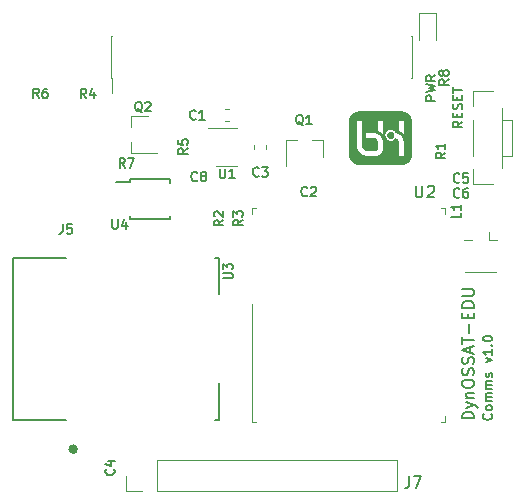
<source format=gbr>
G04 #@! TF.GenerationSoftware,KiCad,Pcbnew,(5.1.6)-1*
G04 #@! TF.CreationDate,2020-11-06T20:35:05+01:00*
G04 #@! TF.ProjectId,DynOSSAT-EDU-Comms,44796e4f-5353-4415-942d-4544552d436f,rev?*
G04 #@! TF.SameCoordinates,Original*
G04 #@! TF.FileFunction,Legend,Top*
G04 #@! TF.FilePolarity,Positive*
%FSLAX46Y46*%
G04 Gerber Fmt 4.6, Leading zero omitted, Abs format (unit mm)*
G04 Created by KiCad (PCBNEW (5.1.6)-1) date 2020-11-06 20:35:05*
%MOMM*%
%LPD*%
G01*
G04 APERTURE LIST*
%ADD10C,0.150000*%
%ADD11C,0.100000*%
%ADD12C,0.010000*%
%ADD13C,0.120000*%
%ADD14C,0.400000*%
%ADD15C,0.127000*%
G04 APERTURE END LIST*
D10*
X163683904Y-96189666D02*
X162883904Y-96189666D01*
X162883904Y-95884904D01*
X162922000Y-95808714D01*
X162960095Y-95770619D01*
X163036285Y-95732523D01*
X163150571Y-95732523D01*
X163226761Y-95770619D01*
X163264857Y-95808714D01*
X163302952Y-95884904D01*
X163302952Y-96189666D01*
X162883904Y-95465857D02*
X163683904Y-95275380D01*
X163112476Y-95123000D01*
X163683904Y-94970619D01*
X162883904Y-94780142D01*
X163683904Y-94018238D02*
X163302952Y-94284904D01*
X163683904Y-94475380D02*
X162883904Y-94475380D01*
X162883904Y-94170619D01*
X162922000Y-94094428D01*
X162960095Y-94056333D01*
X163036285Y-94018238D01*
X163150571Y-94018238D01*
X163226761Y-94056333D01*
X163264857Y-94094428D01*
X163302952Y-94170619D01*
X163302952Y-94475380D01*
X165969904Y-97935904D02*
X165588952Y-98202571D01*
X165969904Y-98393047D02*
X165169904Y-98393047D01*
X165169904Y-98088285D01*
X165208000Y-98012095D01*
X165246095Y-97974000D01*
X165322285Y-97935904D01*
X165436571Y-97935904D01*
X165512761Y-97974000D01*
X165550857Y-98012095D01*
X165588952Y-98088285D01*
X165588952Y-98393047D01*
X165550857Y-97593047D02*
X165550857Y-97326380D01*
X165969904Y-97212095D02*
X165969904Y-97593047D01*
X165169904Y-97593047D01*
X165169904Y-97212095D01*
X165931809Y-96907333D02*
X165969904Y-96793047D01*
X165969904Y-96602571D01*
X165931809Y-96526380D01*
X165893714Y-96488285D01*
X165817523Y-96450190D01*
X165741333Y-96450190D01*
X165665142Y-96488285D01*
X165627047Y-96526380D01*
X165588952Y-96602571D01*
X165550857Y-96754952D01*
X165512761Y-96831142D01*
X165474666Y-96869238D01*
X165398476Y-96907333D01*
X165322285Y-96907333D01*
X165246095Y-96869238D01*
X165208000Y-96831142D01*
X165169904Y-96754952D01*
X165169904Y-96564476D01*
X165208000Y-96450190D01*
X165550857Y-96107333D02*
X165550857Y-95840666D01*
X165969904Y-95726380D02*
X165969904Y-96107333D01*
X165169904Y-96107333D01*
X165169904Y-95726380D01*
X165169904Y-95497809D02*
X165169904Y-95040666D01*
X165969904Y-95269238D02*
X165169904Y-95269238D01*
X168433714Y-122700666D02*
X168471809Y-122738761D01*
X168509904Y-122853047D01*
X168509904Y-122929238D01*
X168471809Y-123043523D01*
X168395619Y-123119714D01*
X168319428Y-123157809D01*
X168167047Y-123195904D01*
X168052761Y-123195904D01*
X167900380Y-123157809D01*
X167824190Y-123119714D01*
X167748000Y-123043523D01*
X167709904Y-122929238D01*
X167709904Y-122853047D01*
X167748000Y-122738761D01*
X167786095Y-122700666D01*
X168509904Y-122243523D02*
X168471809Y-122319714D01*
X168433714Y-122357809D01*
X168357523Y-122395904D01*
X168128952Y-122395904D01*
X168052761Y-122357809D01*
X168014666Y-122319714D01*
X167976571Y-122243523D01*
X167976571Y-122129238D01*
X168014666Y-122053047D01*
X168052761Y-122014952D01*
X168128952Y-121976857D01*
X168357523Y-121976857D01*
X168433714Y-122014952D01*
X168471809Y-122053047D01*
X168509904Y-122129238D01*
X168509904Y-122243523D01*
X168509904Y-121634000D02*
X167976571Y-121634000D01*
X168052761Y-121634000D02*
X168014666Y-121595904D01*
X167976571Y-121519714D01*
X167976571Y-121405428D01*
X168014666Y-121329238D01*
X168090857Y-121291142D01*
X168509904Y-121291142D01*
X168090857Y-121291142D02*
X168014666Y-121253047D01*
X167976571Y-121176857D01*
X167976571Y-121062571D01*
X168014666Y-120986380D01*
X168090857Y-120948285D01*
X168509904Y-120948285D01*
X168509904Y-120567333D02*
X167976571Y-120567333D01*
X168052761Y-120567333D02*
X168014666Y-120529238D01*
X167976571Y-120453047D01*
X167976571Y-120338761D01*
X168014666Y-120262571D01*
X168090857Y-120224476D01*
X168509904Y-120224476D01*
X168090857Y-120224476D02*
X168014666Y-120186380D01*
X167976571Y-120110190D01*
X167976571Y-119995904D01*
X168014666Y-119919714D01*
X168090857Y-119881619D01*
X168509904Y-119881619D01*
X168471809Y-119538761D02*
X168509904Y-119462571D01*
X168509904Y-119310190D01*
X168471809Y-119234000D01*
X168395619Y-119195904D01*
X168357523Y-119195904D01*
X168281333Y-119234000D01*
X168243238Y-119310190D01*
X168243238Y-119424476D01*
X168205142Y-119500666D01*
X168128952Y-119538761D01*
X168090857Y-119538761D01*
X168014666Y-119500666D01*
X167976571Y-119424476D01*
X167976571Y-119310190D01*
X168014666Y-119234000D01*
X167976571Y-118319714D02*
X168509904Y-118129238D01*
X167976571Y-117938761D01*
X168509904Y-117214952D02*
X168509904Y-117672095D01*
X168509904Y-117443523D02*
X167709904Y-117443523D01*
X167824190Y-117519714D01*
X167900380Y-117595904D01*
X167938476Y-117672095D01*
X168433714Y-116872095D02*
X168471809Y-116834000D01*
X168509904Y-116872095D01*
X168471809Y-116910190D01*
X168433714Y-116872095D01*
X168509904Y-116872095D01*
X167709904Y-116338761D02*
X167709904Y-116262571D01*
X167748000Y-116186380D01*
X167786095Y-116148285D01*
X167862285Y-116110190D01*
X168014666Y-116072095D01*
X168205142Y-116072095D01*
X168357523Y-116110190D01*
X168433714Y-116148285D01*
X168471809Y-116186380D01*
X168509904Y-116262571D01*
X168509904Y-116338761D01*
X168471809Y-116414952D01*
X168433714Y-116453047D01*
X168357523Y-116491142D01*
X168205142Y-116529238D01*
X168014666Y-116529238D01*
X167862285Y-116491142D01*
X167786095Y-116453047D01*
X167748000Y-116414952D01*
X167709904Y-116338761D01*
X166949380Y-123078190D02*
X165949380Y-123078190D01*
X165949380Y-122840095D01*
X165997000Y-122697238D01*
X166092238Y-122602000D01*
X166187476Y-122554380D01*
X166377952Y-122506761D01*
X166520809Y-122506761D01*
X166711285Y-122554380D01*
X166806523Y-122602000D01*
X166901761Y-122697238D01*
X166949380Y-122840095D01*
X166949380Y-123078190D01*
X166282714Y-122173428D02*
X166949380Y-121935333D01*
X166282714Y-121697238D02*
X166949380Y-121935333D01*
X167187476Y-122030571D01*
X167235095Y-122078190D01*
X167282714Y-122173428D01*
X166282714Y-121316285D02*
X166949380Y-121316285D01*
X166377952Y-121316285D02*
X166330333Y-121268666D01*
X166282714Y-121173428D01*
X166282714Y-121030571D01*
X166330333Y-120935333D01*
X166425571Y-120887714D01*
X166949380Y-120887714D01*
X165949380Y-120221047D02*
X165949380Y-120030571D01*
X165997000Y-119935333D01*
X166092238Y-119840095D01*
X166282714Y-119792476D01*
X166616047Y-119792476D01*
X166806523Y-119840095D01*
X166901761Y-119935333D01*
X166949380Y-120030571D01*
X166949380Y-120221047D01*
X166901761Y-120316285D01*
X166806523Y-120411523D01*
X166616047Y-120459142D01*
X166282714Y-120459142D01*
X166092238Y-120411523D01*
X165997000Y-120316285D01*
X165949380Y-120221047D01*
X166901761Y-119411523D02*
X166949380Y-119268666D01*
X166949380Y-119030571D01*
X166901761Y-118935333D01*
X166854142Y-118887714D01*
X166758904Y-118840095D01*
X166663666Y-118840095D01*
X166568428Y-118887714D01*
X166520809Y-118935333D01*
X166473190Y-119030571D01*
X166425571Y-119221047D01*
X166377952Y-119316285D01*
X166330333Y-119363904D01*
X166235095Y-119411523D01*
X166139857Y-119411523D01*
X166044619Y-119363904D01*
X165997000Y-119316285D01*
X165949380Y-119221047D01*
X165949380Y-118982952D01*
X165997000Y-118840095D01*
X166901761Y-118459142D02*
X166949380Y-118316285D01*
X166949380Y-118078190D01*
X166901761Y-117982952D01*
X166854142Y-117935333D01*
X166758904Y-117887714D01*
X166663666Y-117887714D01*
X166568428Y-117935333D01*
X166520809Y-117982952D01*
X166473190Y-118078190D01*
X166425571Y-118268666D01*
X166377952Y-118363904D01*
X166330333Y-118411523D01*
X166235095Y-118459142D01*
X166139857Y-118459142D01*
X166044619Y-118411523D01*
X165997000Y-118363904D01*
X165949380Y-118268666D01*
X165949380Y-118030571D01*
X165997000Y-117887714D01*
X166663666Y-117506761D02*
X166663666Y-117030571D01*
X166949380Y-117602000D02*
X165949380Y-117268666D01*
X166949380Y-116935333D01*
X165949380Y-116744857D02*
X165949380Y-116173428D01*
X166949380Y-116459142D02*
X165949380Y-116459142D01*
X166568428Y-115840095D02*
X166568428Y-115078190D01*
X166425571Y-114602000D02*
X166425571Y-114268666D01*
X166949380Y-114125809D02*
X166949380Y-114602000D01*
X165949380Y-114602000D01*
X165949380Y-114125809D01*
X166949380Y-113697238D02*
X165949380Y-113697238D01*
X165949380Y-113459142D01*
X165997000Y-113316285D01*
X166092238Y-113221047D01*
X166187476Y-113173428D01*
X166377952Y-113125809D01*
X166520809Y-113125809D01*
X166711285Y-113173428D01*
X166806523Y-113221047D01*
X166901761Y-113316285D01*
X166949380Y-113459142D01*
X166949380Y-113697238D01*
X165949380Y-112697238D02*
X166758904Y-112697238D01*
X166854142Y-112649619D01*
X166901761Y-112602000D01*
X166949380Y-112506761D01*
X166949380Y-112316285D01*
X166901761Y-112221047D01*
X166854142Y-112173428D01*
X166758904Y-112125809D01*
X165949380Y-112125809D01*
D11*
X170180000Y-100838000D02*
X170053000Y-100838000D01*
X170180000Y-97790000D02*
X170180000Y-100838000D01*
X169291000Y-97790000D02*
X170180000Y-97790000D01*
X169291000Y-100838000D02*
X170053000Y-100838000D01*
X169291000Y-101854000D02*
X169291000Y-96774000D01*
X166878000Y-100838000D02*
X166878000Y-97790000D01*
X166878000Y-95377000D02*
X166878000Y-96647000D01*
X168529000Y-95377000D02*
X166878000Y-95377000D01*
X166878000Y-103251000D02*
X166878000Y-101981000D01*
X168529000Y-103251000D02*
X166878000Y-103251000D01*
D12*
G36*
X159888529Y-98813281D02*
G01*
X159896368Y-98813510D01*
X159903427Y-98813944D01*
X159910157Y-98814624D01*
X159917014Y-98815593D01*
X159924451Y-98816892D01*
X159929445Y-98817861D01*
X159949066Y-98822625D01*
X159968104Y-98828936D01*
X159986482Y-98836727D01*
X160004123Y-98845929D01*
X160020949Y-98856473D01*
X160036882Y-98868290D01*
X160051846Y-98881314D01*
X160065764Y-98895474D01*
X160078556Y-98910702D01*
X160090147Y-98926931D01*
X160100459Y-98944091D01*
X160109413Y-98962114D01*
X160116934Y-98980931D01*
X160118297Y-98984896D01*
X160123838Y-99004116D01*
X160127810Y-99023849D01*
X160130201Y-99043947D01*
X160131000Y-99064263D01*
X160130196Y-99084647D01*
X160127777Y-99104951D01*
X160127443Y-99106990D01*
X160123304Y-99126582D01*
X160117549Y-99145890D01*
X160110251Y-99164749D01*
X160101483Y-99182998D01*
X160091319Y-99200470D01*
X160079832Y-99217005D01*
X160076173Y-99221713D01*
X160072217Y-99226420D01*
X160067301Y-99231872D01*
X160061763Y-99237725D01*
X160055939Y-99243638D01*
X160050168Y-99249266D01*
X160044787Y-99254267D01*
X160040320Y-99258144D01*
X160023761Y-99270760D01*
X160006437Y-99281899D01*
X159988416Y-99291531D01*
X159969765Y-99299624D01*
X159950553Y-99306149D01*
X159930846Y-99311075D01*
X159917130Y-99313506D01*
X159896852Y-99315726D01*
X159876998Y-99316310D01*
X159857575Y-99315258D01*
X159852784Y-99314739D01*
X159845481Y-99313856D01*
X159839570Y-99313107D01*
X159834756Y-99312444D01*
X159830747Y-99311822D01*
X159827250Y-99311193D01*
X159823972Y-99310509D01*
X159820619Y-99309724D01*
X159818874Y-99309292D01*
X159799422Y-99303549D01*
X159780529Y-99296257D01*
X159762294Y-99287490D01*
X159744819Y-99277319D01*
X159728203Y-99265819D01*
X159712549Y-99253061D01*
X159697956Y-99239118D01*
X159684526Y-99224063D01*
X159672359Y-99207970D01*
X159666548Y-99199190D01*
X159656196Y-99181224D01*
X159647424Y-99162650D01*
X159640236Y-99143480D01*
X159634637Y-99123724D01*
X159630629Y-99103395D01*
X159629223Y-99093020D01*
X159628630Y-99086204D01*
X159628254Y-99078215D01*
X159628088Y-99069446D01*
X159628126Y-99060291D01*
X159628360Y-99051142D01*
X159628784Y-99042394D01*
X159629389Y-99034440D01*
X159630171Y-99027672D01*
X159630408Y-99026120D01*
X159633314Y-99010819D01*
X159636986Y-98996247D01*
X159639899Y-98986706D01*
X159646992Y-98967579D01*
X159655533Y-98949250D01*
X159665449Y-98931783D01*
X159676665Y-98915244D01*
X159689107Y-98899700D01*
X159702701Y-98885216D01*
X159717374Y-98871857D01*
X159733051Y-98859690D01*
X159749660Y-98848781D01*
X159767125Y-98839194D01*
X159785374Y-98830997D01*
X159804331Y-98824254D01*
X159823925Y-98819032D01*
X159829462Y-98817861D01*
X159837473Y-98816340D01*
X159844628Y-98815175D01*
X159851381Y-98814325D01*
X159858186Y-98813747D01*
X159865497Y-98813398D01*
X159873768Y-98813238D01*
X159879454Y-98813214D01*
X159888529Y-98813281D01*
G37*
X159888529Y-98813281D02*
X159896368Y-98813510D01*
X159903427Y-98813944D01*
X159910157Y-98814624D01*
X159917014Y-98815593D01*
X159924451Y-98816892D01*
X159929445Y-98817861D01*
X159949066Y-98822625D01*
X159968104Y-98828936D01*
X159986482Y-98836727D01*
X160004123Y-98845929D01*
X160020949Y-98856473D01*
X160036882Y-98868290D01*
X160051846Y-98881314D01*
X160065764Y-98895474D01*
X160078556Y-98910702D01*
X160090147Y-98926931D01*
X160100459Y-98944091D01*
X160109413Y-98962114D01*
X160116934Y-98980931D01*
X160118297Y-98984896D01*
X160123838Y-99004116D01*
X160127810Y-99023849D01*
X160130201Y-99043947D01*
X160131000Y-99064263D01*
X160130196Y-99084647D01*
X160127777Y-99104951D01*
X160127443Y-99106990D01*
X160123304Y-99126582D01*
X160117549Y-99145890D01*
X160110251Y-99164749D01*
X160101483Y-99182998D01*
X160091319Y-99200470D01*
X160079832Y-99217005D01*
X160076173Y-99221713D01*
X160072217Y-99226420D01*
X160067301Y-99231872D01*
X160061763Y-99237725D01*
X160055939Y-99243638D01*
X160050168Y-99249266D01*
X160044787Y-99254267D01*
X160040320Y-99258144D01*
X160023761Y-99270760D01*
X160006437Y-99281899D01*
X159988416Y-99291531D01*
X159969765Y-99299624D01*
X159950553Y-99306149D01*
X159930846Y-99311075D01*
X159917130Y-99313506D01*
X159896852Y-99315726D01*
X159876998Y-99316310D01*
X159857575Y-99315258D01*
X159852784Y-99314739D01*
X159845481Y-99313856D01*
X159839570Y-99313107D01*
X159834756Y-99312444D01*
X159830747Y-99311822D01*
X159827250Y-99311193D01*
X159823972Y-99310509D01*
X159820619Y-99309724D01*
X159818874Y-99309292D01*
X159799422Y-99303549D01*
X159780529Y-99296257D01*
X159762294Y-99287490D01*
X159744819Y-99277319D01*
X159728203Y-99265819D01*
X159712549Y-99253061D01*
X159697956Y-99239118D01*
X159684526Y-99224063D01*
X159672359Y-99207970D01*
X159666548Y-99199190D01*
X159656196Y-99181224D01*
X159647424Y-99162650D01*
X159640236Y-99143480D01*
X159634637Y-99123724D01*
X159630629Y-99103395D01*
X159629223Y-99093020D01*
X159628630Y-99086204D01*
X159628254Y-99078215D01*
X159628088Y-99069446D01*
X159628126Y-99060291D01*
X159628360Y-99051142D01*
X159628784Y-99042394D01*
X159629389Y-99034440D01*
X159630171Y-99027672D01*
X159630408Y-99026120D01*
X159633314Y-99010819D01*
X159636986Y-98996247D01*
X159639899Y-98986706D01*
X159646992Y-98967579D01*
X159655533Y-98949250D01*
X159665449Y-98931783D01*
X159676665Y-98915244D01*
X159689107Y-98899700D01*
X159702701Y-98885216D01*
X159717374Y-98871857D01*
X159733051Y-98859690D01*
X159749660Y-98848781D01*
X159767125Y-98839194D01*
X159785374Y-98830997D01*
X159804331Y-98824254D01*
X159823925Y-98819032D01*
X159829462Y-98817861D01*
X159837473Y-98816340D01*
X159844628Y-98815175D01*
X159851381Y-98814325D01*
X159858186Y-98813747D01*
X159865497Y-98813398D01*
X159873768Y-98813238D01*
X159879454Y-98813214D01*
X159888529Y-98813281D01*
G36*
X159099953Y-97079953D02*
G01*
X159147849Y-97079955D01*
X159195654Y-97079958D01*
X159243338Y-97079961D01*
X159290871Y-97079966D01*
X159338223Y-97079971D01*
X159385364Y-97079976D01*
X159432263Y-97079983D01*
X159478890Y-97079990D01*
X159525216Y-97079998D01*
X159571209Y-97080007D01*
X159616839Y-97080017D01*
X159662077Y-97080027D01*
X159706891Y-97080038D01*
X159751252Y-97080050D01*
X159795130Y-97080063D01*
X159838495Y-97080076D01*
X159881315Y-97080090D01*
X159923561Y-97080105D01*
X159965202Y-97080121D01*
X160006209Y-97080138D01*
X160046551Y-97080155D01*
X160086198Y-97080173D01*
X160125120Y-97080192D01*
X160163286Y-97080211D01*
X160200666Y-97080232D01*
X160237231Y-97080253D01*
X160272949Y-97080275D01*
X160307790Y-97080297D01*
X160341725Y-97080321D01*
X160374722Y-97080345D01*
X160406753Y-97080370D01*
X160437786Y-97080396D01*
X160467791Y-97080422D01*
X160496739Y-97080449D01*
X160524598Y-97080477D01*
X160551339Y-97080506D01*
X160576931Y-97080536D01*
X160601345Y-97080566D01*
X160624549Y-97080597D01*
X160646514Y-97080629D01*
X160667210Y-97080662D01*
X160686606Y-97080695D01*
X160704671Y-97080729D01*
X160721377Y-97080764D01*
X160736692Y-97080800D01*
X160750586Y-97080836D01*
X160763030Y-97080874D01*
X160773992Y-97080912D01*
X160783442Y-97080950D01*
X160791352Y-97080990D01*
X160797689Y-97081030D01*
X160802424Y-97081071D01*
X160805527Y-97081113D01*
X160806967Y-97081156D01*
X160806977Y-97081157D01*
X160839921Y-97084105D01*
X160871617Y-97087901D01*
X160902310Y-97092592D01*
X160932245Y-97098226D01*
X160961665Y-97104852D01*
X160990817Y-97112517D01*
X161019945Y-97121270D01*
X161032878Y-97125499D01*
X161068884Y-97138446D01*
X161104247Y-97152942D01*
X161138916Y-97168946D01*
X161172843Y-97186423D01*
X161205977Y-97205331D01*
X161238268Y-97225635D01*
X161269666Y-97247294D01*
X161300122Y-97270272D01*
X161329585Y-97294529D01*
X161358005Y-97320028D01*
X161385333Y-97346729D01*
X161411519Y-97374595D01*
X161436512Y-97403588D01*
X161460263Y-97433669D01*
X161482721Y-97464799D01*
X161490798Y-97476733D01*
X161511785Y-97509796D01*
X161531208Y-97543493D01*
X161549059Y-97577811D01*
X161565334Y-97612734D01*
X161580026Y-97648248D01*
X161593130Y-97684339D01*
X161604639Y-97720991D01*
X161614549Y-97758190D01*
X161622853Y-97795922D01*
X161628254Y-97825966D01*
X161629747Y-97835406D01*
X161631084Y-97844411D01*
X161632301Y-97853288D01*
X161633436Y-97862347D01*
X161634525Y-97871896D01*
X161635606Y-97882242D01*
X161636716Y-97893694D01*
X161637765Y-97905147D01*
X161637824Y-97905890D01*
X161637882Y-97906787D01*
X161637939Y-97907862D01*
X161637993Y-97909140D01*
X161638046Y-97910644D01*
X161638098Y-97912399D01*
X161638148Y-97914429D01*
X161638197Y-97916759D01*
X161638244Y-97919412D01*
X161638290Y-97922414D01*
X161638334Y-97925787D01*
X161638377Y-97929557D01*
X161638419Y-97933747D01*
X161638459Y-97938383D01*
X161638498Y-97943487D01*
X161638536Y-97949085D01*
X161638572Y-97955201D01*
X161638608Y-97961859D01*
X161638642Y-97969082D01*
X161638675Y-97976897D01*
X161638707Y-97985326D01*
X161638738Y-97994394D01*
X161638768Y-98004125D01*
X161638797Y-98014543D01*
X161638824Y-98025674D01*
X161638851Y-98037540D01*
X161638877Y-98050166D01*
X161638902Y-98063577D01*
X161638927Y-98077797D01*
X161638950Y-98092850D01*
X161638973Y-98108760D01*
X161638995Y-98125551D01*
X161639016Y-98143249D01*
X161639036Y-98161876D01*
X161639056Y-98181457D01*
X161639075Y-98202017D01*
X161639093Y-98223580D01*
X161639111Y-98246170D01*
X161639128Y-98269811D01*
X161639145Y-98294528D01*
X161639161Y-98320344D01*
X161639177Y-98347284D01*
X161639192Y-98375373D01*
X161639207Y-98404634D01*
X161639221Y-98435093D01*
X161639236Y-98466772D01*
X161639249Y-98499696D01*
X161639263Y-98533890D01*
X161639276Y-98569378D01*
X161639289Y-98606184D01*
X161639302Y-98644332D01*
X161639314Y-98683847D01*
X161639327Y-98724753D01*
X161639339Y-98767074D01*
X161639351Y-98810834D01*
X161639363Y-98856057D01*
X161639375Y-98902769D01*
X161639387Y-98950993D01*
X161639399Y-99000753D01*
X161639412Y-99052073D01*
X161639424Y-99104979D01*
X161639436Y-99159494D01*
X161639449Y-99215642D01*
X161639461Y-99273448D01*
X161639467Y-99301300D01*
X161639481Y-99364957D01*
X161639493Y-99426935D01*
X161639504Y-99487247D01*
X161639514Y-99545907D01*
X161639523Y-99602929D01*
X161639531Y-99658326D01*
X161639538Y-99712114D01*
X161639543Y-99764304D01*
X161639548Y-99814912D01*
X161639551Y-99863951D01*
X161639553Y-99911435D01*
X161639554Y-99957377D01*
X161639554Y-100001792D01*
X161639552Y-100044693D01*
X161639550Y-100086094D01*
X161639546Y-100126009D01*
X161639541Y-100164452D01*
X161639535Y-100201436D01*
X161639527Y-100236976D01*
X161639519Y-100271084D01*
X161639509Y-100303776D01*
X161639498Y-100335065D01*
X161639485Y-100364964D01*
X161639472Y-100393487D01*
X161639457Y-100420649D01*
X161639441Y-100446463D01*
X161639424Y-100470942D01*
X161639405Y-100494102D01*
X161639385Y-100515955D01*
X161639364Y-100536515D01*
X161639342Y-100555796D01*
X161639318Y-100573812D01*
X161639293Y-100590577D01*
X161639267Y-100606105D01*
X161639239Y-100620409D01*
X161639210Y-100633503D01*
X161639180Y-100645401D01*
X161639148Y-100656117D01*
X161639116Y-100665665D01*
X161639081Y-100674058D01*
X161639046Y-100681310D01*
X161639009Y-100687436D01*
X161638971Y-100692448D01*
X161638931Y-100696361D01*
X161638890Y-100699189D01*
X161638847Y-100700945D01*
X161638835Y-100701263D01*
X161636133Y-100740323D01*
X161631788Y-100778999D01*
X161625806Y-100817265D01*
X161618194Y-100855097D01*
X161608961Y-100892469D01*
X161598114Y-100929356D01*
X161585661Y-100965732D01*
X161571610Y-101001573D01*
X161555967Y-101036852D01*
X161538741Y-101071545D01*
X161519940Y-101105626D01*
X161513753Y-101116130D01*
X161493333Y-101148628D01*
X161471514Y-101180203D01*
X161448347Y-101210805D01*
X161423882Y-101240386D01*
X161398170Y-101268897D01*
X161371262Y-101296290D01*
X161343207Y-101322516D01*
X161314057Y-101347526D01*
X161283862Y-101371272D01*
X161252673Y-101393705D01*
X161220540Y-101414777D01*
X161187515Y-101434438D01*
X161175700Y-101441007D01*
X161141160Y-101458911D01*
X161106061Y-101475218D01*
X161070418Y-101489923D01*
X161034242Y-101503023D01*
X160997544Y-101514514D01*
X160960338Y-101524394D01*
X160922636Y-101532658D01*
X160884449Y-101539303D01*
X160845790Y-101544326D01*
X160806672Y-101547724D01*
X160796394Y-101548342D01*
X160795040Y-101548370D01*
X160792024Y-101548397D01*
X160787375Y-101548424D01*
X160781124Y-101548450D01*
X160773301Y-101548475D01*
X160763936Y-101548500D01*
X160753060Y-101548525D01*
X160740702Y-101548549D01*
X160726894Y-101548572D01*
X160711665Y-101548595D01*
X160695045Y-101548618D01*
X160677066Y-101548640D01*
X160657756Y-101548661D01*
X160637148Y-101548682D01*
X160615270Y-101548702D01*
X160592153Y-101548722D01*
X160567827Y-101548741D01*
X160542323Y-101548760D01*
X160515671Y-101548778D01*
X160487901Y-101548795D01*
X160459044Y-101548813D01*
X160429129Y-101548829D01*
X160398187Y-101548845D01*
X160366249Y-101548861D01*
X160333344Y-101548876D01*
X160299503Y-101548890D01*
X160264756Y-101548904D01*
X160229134Y-101548918D01*
X160192666Y-101548931D01*
X160155383Y-101548943D01*
X160117315Y-101548955D01*
X160078493Y-101548966D01*
X160038947Y-101548977D01*
X159998707Y-101548988D01*
X159957803Y-101548997D01*
X159916266Y-101549007D01*
X159874126Y-101549016D01*
X159831413Y-101549024D01*
X159788158Y-101549032D01*
X159744390Y-101549039D01*
X159700141Y-101549046D01*
X159655439Y-101549052D01*
X159610317Y-101549058D01*
X159564803Y-101549063D01*
X159518928Y-101549068D01*
X159472723Y-101549072D01*
X159426218Y-101549076D01*
X159379443Y-101549079D01*
X159332427Y-101549082D01*
X159285203Y-101549084D01*
X159237799Y-101549085D01*
X159190247Y-101549087D01*
X159142576Y-101549087D01*
X159094816Y-101549088D01*
X159046999Y-101549087D01*
X158999153Y-101549086D01*
X158951311Y-101549085D01*
X158903501Y-101549083D01*
X158855754Y-101549081D01*
X158808101Y-101549078D01*
X158760571Y-101549075D01*
X158713195Y-101549071D01*
X158666004Y-101549067D01*
X158619027Y-101549062D01*
X158572294Y-101549057D01*
X158525837Y-101549051D01*
X158479685Y-101549044D01*
X158433869Y-101549038D01*
X158388418Y-101549030D01*
X158343364Y-101549023D01*
X158298736Y-101549014D01*
X158254565Y-101549006D01*
X158210881Y-101548996D01*
X158167714Y-101548987D01*
X158125095Y-101548976D01*
X158083053Y-101548966D01*
X158041620Y-101548954D01*
X158000825Y-101548943D01*
X157960699Y-101548931D01*
X157921272Y-101548918D01*
X157882574Y-101548905D01*
X157844636Y-101548891D01*
X157807487Y-101548877D01*
X157771159Y-101548862D01*
X157735681Y-101548847D01*
X157701083Y-101548832D01*
X157667397Y-101548816D01*
X157634651Y-101548799D01*
X157602878Y-101548782D01*
X157572105Y-101548765D01*
X157542365Y-101548747D01*
X157513688Y-101548728D01*
X157486103Y-101548709D01*
X157459641Y-101548690D01*
X157434332Y-101548670D01*
X157410206Y-101548650D01*
X157387294Y-101548629D01*
X157365626Y-101548608D01*
X157345233Y-101548586D01*
X157326144Y-101548564D01*
X157308390Y-101548541D01*
X157292001Y-101548518D01*
X157277007Y-101548494D01*
X157263439Y-101548470D01*
X157251327Y-101548445D01*
X157240702Y-101548420D01*
X157231593Y-101548395D01*
X157224030Y-101548369D01*
X157218045Y-101548342D01*
X157213667Y-101548315D01*
X157210927Y-101548288D01*
X157209914Y-101548265D01*
X157171177Y-101545259D01*
X157132755Y-101540598D01*
X157094694Y-101534301D01*
X157057037Y-101526382D01*
X157019830Y-101516861D01*
X156983117Y-101505753D01*
X156946943Y-101493075D01*
X156911353Y-101478846D01*
X156876391Y-101463082D01*
X156842102Y-101445799D01*
X156808532Y-101427015D01*
X156775724Y-101406748D01*
X156743723Y-101385013D01*
X156712575Y-101361829D01*
X156704793Y-101355702D01*
X156675099Y-101330981D01*
X156646550Y-101305030D01*
X156619183Y-101277898D01*
X156593032Y-101249634D01*
X156568136Y-101220287D01*
X156544531Y-101189908D01*
X156522252Y-101158544D01*
X156501337Y-101126246D01*
X156481821Y-101093063D01*
X156463742Y-101059043D01*
X156447136Y-101024236D01*
X156432038Y-100988692D01*
X156430533Y-100984897D01*
X156417166Y-100948700D01*
X156405446Y-100912151D01*
X156395364Y-100875222D01*
X156386916Y-100837885D01*
X156380096Y-100800112D01*
X156374897Y-100761875D01*
X156371314Y-100723145D01*
X156370012Y-100701263D01*
X156369970Y-100699824D01*
X156369928Y-100697318D01*
X156369888Y-100693730D01*
X156369849Y-100689047D01*
X156369812Y-100683255D01*
X156369776Y-100676340D01*
X156369742Y-100668288D01*
X156369708Y-100659087D01*
X156369676Y-100648721D01*
X156369646Y-100637177D01*
X156369616Y-100624441D01*
X156369588Y-100610499D01*
X156369562Y-100595338D01*
X156369536Y-100578943D01*
X156369512Y-100561302D01*
X156369489Y-100542399D01*
X156369468Y-100522222D01*
X156369448Y-100500756D01*
X156369429Y-100477988D01*
X156369411Y-100453904D01*
X156369395Y-100428489D01*
X156369380Y-100401731D01*
X156369366Y-100373615D01*
X156369353Y-100344128D01*
X156369341Y-100313255D01*
X156369331Y-100280983D01*
X156369322Y-100247299D01*
X156369315Y-100212188D01*
X156369308Y-100175636D01*
X156369303Y-100137629D01*
X156369298Y-100098155D01*
X156369295Y-100057199D01*
X156369294Y-100014746D01*
X156369293Y-99970785D01*
X156369294Y-99925299D01*
X156369295Y-99878277D01*
X156369298Y-99829703D01*
X156369302Y-99779565D01*
X156369308Y-99727848D01*
X156369314Y-99674538D01*
X156369321Y-99619622D01*
X156369330Y-99563086D01*
X156369340Y-99504916D01*
X156369351Y-99445099D01*
X156369363Y-99383619D01*
X156369376Y-99320465D01*
X156369380Y-99301300D01*
X156369392Y-99242704D01*
X156369405Y-99185777D01*
X156369417Y-99130494D01*
X156369430Y-99076833D01*
X156369442Y-99024767D01*
X156369454Y-98974274D01*
X156369466Y-98925329D01*
X156369478Y-98877907D01*
X156369490Y-98831984D01*
X156369502Y-98787537D01*
X156369515Y-98744540D01*
X156369527Y-98702970D01*
X156369539Y-98662802D01*
X156369552Y-98624012D01*
X156369565Y-98586576D01*
X156369578Y-98550469D01*
X156369591Y-98515668D01*
X156369605Y-98482147D01*
X156369619Y-98449884D01*
X156369633Y-98418852D01*
X156369648Y-98389030D01*
X156369663Y-98360391D01*
X156369678Y-98332912D01*
X156369694Y-98306568D01*
X156369711Y-98281336D01*
X156369728Y-98257190D01*
X156369745Y-98234107D01*
X156369763Y-98212063D01*
X156369782Y-98191033D01*
X156369802Y-98170993D01*
X156369822Y-98151919D01*
X156369842Y-98133786D01*
X156369864Y-98116570D01*
X156369886Y-98100247D01*
X156369909Y-98084793D01*
X156369933Y-98070183D01*
X156369958Y-98056394D01*
X156369983Y-98043400D01*
X156370010Y-98031178D01*
X156370037Y-98019704D01*
X156370066Y-98008953D01*
X156370095Y-97998900D01*
X156370125Y-97989522D01*
X156370157Y-97980795D01*
X156370189Y-97972694D01*
X156370223Y-97965194D01*
X156370258Y-97958273D01*
X156370294Y-97951904D01*
X156370331Y-97946065D01*
X156370370Y-97940731D01*
X156370409Y-97935877D01*
X156370450Y-97931480D01*
X156370493Y-97927515D01*
X156370536Y-97923957D01*
X156370581Y-97920783D01*
X156370628Y-97917969D01*
X156370676Y-97915490D01*
X156370725Y-97913321D01*
X156370776Y-97911439D01*
X156370828Y-97909820D01*
X156370882Y-97908438D01*
X156370938Y-97907270D01*
X156370995Y-97906292D01*
X156371054Y-97905479D01*
X156371082Y-97905147D01*
X156372249Y-97892442D01*
X156373354Y-97881119D01*
X156374434Y-97870870D01*
X156375527Y-97861387D01*
X156376668Y-97852362D01*
X156377896Y-97843485D01*
X156379248Y-97834449D01*
X156380593Y-97825966D01*
X156385516Y-97799313D01*
X156972835Y-97799313D01*
X156973076Y-98906118D01*
X156973087Y-98958443D01*
X156973098Y-99009102D01*
X156973109Y-99058122D01*
X156973121Y-99105531D01*
X156973132Y-99151355D01*
X156973143Y-99195623D01*
X156973154Y-99238361D01*
X156973165Y-99279597D01*
X156973176Y-99319357D01*
X156973187Y-99357670D01*
X156973199Y-99394563D01*
X156973211Y-99430062D01*
X156973223Y-99464195D01*
X156973235Y-99496990D01*
X156973248Y-99528474D01*
X156973262Y-99558673D01*
X156973275Y-99587616D01*
X156973289Y-99615329D01*
X156973304Y-99641840D01*
X156973319Y-99667176D01*
X156973335Y-99691365D01*
X156973352Y-99714433D01*
X156973369Y-99736409D01*
X156973387Y-99757318D01*
X156973406Y-99777189D01*
X156973425Y-99796049D01*
X156973446Y-99813926D01*
X156973467Y-99830845D01*
X156973489Y-99846835D01*
X156973513Y-99861924D01*
X156973537Y-99876137D01*
X156973562Y-99889504D01*
X156973589Y-99902050D01*
X156973616Y-99913803D01*
X156973645Y-99924790D01*
X156973675Y-99935040D01*
X156973707Y-99944578D01*
X156973739Y-99953433D01*
X156973773Y-99961631D01*
X156973809Y-99969200D01*
X156973845Y-99976167D01*
X156973884Y-99982560D01*
X156973923Y-99988405D01*
X156973965Y-99993731D01*
X156974008Y-99998564D01*
X156974052Y-100002931D01*
X156974099Y-100006860D01*
X156974147Y-100010379D01*
X156974196Y-100013514D01*
X156974248Y-100016292D01*
X156974302Y-100018742D01*
X156974357Y-100020890D01*
X156974414Y-100022763D01*
X156974473Y-100024390D01*
X156974535Y-100025797D01*
X156974598Y-100027011D01*
X156974663Y-100028060D01*
X156974731Y-100028971D01*
X156974770Y-100029433D01*
X156977559Y-100057536D01*
X156980879Y-100084307D01*
X156984787Y-100110038D01*
X156989339Y-100135021D01*
X156994589Y-100159551D01*
X157000595Y-100183919D01*
X157007411Y-100208418D01*
X157011524Y-100222050D01*
X157020772Y-100250001D01*
X157031289Y-100278345D01*
X157042893Y-100306653D01*
X157055403Y-100334500D01*
X157068636Y-100361456D01*
X157079142Y-100381223D01*
X157098182Y-100414049D01*
X157118640Y-100445979D01*
X157140469Y-100476966D01*
X157163622Y-100506963D01*
X157188051Y-100535923D01*
X157213709Y-100563799D01*
X157240550Y-100590544D01*
X157268526Y-100616110D01*
X157297589Y-100640451D01*
X157327692Y-100663520D01*
X157358789Y-100685268D01*
X157390832Y-100705650D01*
X157422618Y-100723985D01*
X157455729Y-100741203D01*
X157489633Y-100756974D01*
X157524237Y-100771271D01*
X157559447Y-100784066D01*
X157595169Y-100795333D01*
X157631311Y-100805044D01*
X157667779Y-100813172D01*
X157704479Y-100819690D01*
X157741317Y-100824570D01*
X157778201Y-100827785D01*
X157778874Y-100827828D01*
X157783976Y-100828152D01*
X157788865Y-100828464D01*
X157793124Y-100828736D01*
X157796337Y-100828943D01*
X157797500Y-100829018D01*
X157798924Y-100829054D01*
X157801979Y-100829087D01*
X157806604Y-100829116D01*
X157812737Y-100829142D01*
X157820316Y-100829164D01*
X157829280Y-100829182D01*
X157839566Y-100829198D01*
X157851113Y-100829210D01*
X157863859Y-100829219D01*
X157877742Y-100829226D01*
X157892701Y-100829229D01*
X157908674Y-100829229D01*
X157925598Y-100829227D01*
X157943413Y-100829222D01*
X157962056Y-100829214D01*
X157981465Y-100829204D01*
X158001579Y-100829192D01*
X158022337Y-100829177D01*
X158043675Y-100829160D01*
X158065533Y-100829141D01*
X158087849Y-100829119D01*
X158110561Y-100829096D01*
X158133606Y-100829071D01*
X158156924Y-100829044D01*
X158180453Y-100829015D01*
X158204130Y-100828985D01*
X158227894Y-100828953D01*
X158251683Y-100828920D01*
X158275436Y-100828885D01*
X158299090Y-100828849D01*
X158322584Y-100828812D01*
X158345856Y-100828773D01*
X158368845Y-100828734D01*
X158391488Y-100828694D01*
X158413723Y-100828652D01*
X158435490Y-100828610D01*
X158456725Y-100828568D01*
X158477368Y-100828524D01*
X158497356Y-100828481D01*
X158516629Y-100828436D01*
X158535123Y-100828392D01*
X158552777Y-100828347D01*
X158569530Y-100828302D01*
X158585319Y-100828257D01*
X158600084Y-100828211D01*
X158613761Y-100828166D01*
X158626290Y-100828121D01*
X158637608Y-100828077D01*
X158647654Y-100828032D01*
X158656365Y-100827988D01*
X158663681Y-100827945D01*
X158669540Y-100827902D01*
X158673878Y-100827860D01*
X158676636Y-100827818D01*
X158677378Y-100827799D01*
X158703036Y-100826405D01*
X158727688Y-100824077D01*
X158747460Y-100821413D01*
X158778264Y-100815803D01*
X158808571Y-100808593D01*
X158838328Y-100799816D01*
X158867481Y-100789507D01*
X158895979Y-100777699D01*
X158923767Y-100764426D01*
X158950792Y-100749721D01*
X158977002Y-100733620D01*
X159002343Y-100716155D01*
X159026762Y-100697360D01*
X159050207Y-100677269D01*
X159072623Y-100655917D01*
X159093959Y-100633336D01*
X159114160Y-100609561D01*
X159133173Y-100584626D01*
X159144359Y-100568573D01*
X159161127Y-100542135D01*
X159176451Y-100514843D01*
X159190293Y-100486779D01*
X159202616Y-100458026D01*
X159213385Y-100428666D01*
X159222562Y-100398779D01*
X159225428Y-100388065D01*
X159229879Y-100369673D01*
X159233654Y-100351630D01*
X159236820Y-100333513D01*
X159239447Y-100314898D01*
X159241603Y-100295363D01*
X159242936Y-100280047D01*
X159243039Y-100277873D01*
X159243137Y-100274080D01*
X159243230Y-100268741D01*
X159243319Y-100261931D01*
X159243403Y-100253724D01*
X159243483Y-100244193D01*
X159243558Y-100233413D01*
X159243629Y-100221457D01*
X159243695Y-100208399D01*
X159243756Y-100194314D01*
X159243813Y-100179275D01*
X159243865Y-100163356D01*
X159243912Y-100146632D01*
X159243955Y-100129176D01*
X159243994Y-100111062D01*
X159244027Y-100092364D01*
X159244057Y-100073156D01*
X159244081Y-100053513D01*
X159244101Y-100033507D01*
X159244117Y-100013213D01*
X159244128Y-99992706D01*
X159244134Y-99972058D01*
X159244135Y-99951344D01*
X159244132Y-99930638D01*
X159244125Y-99910014D01*
X159244113Y-99889546D01*
X159244096Y-99869307D01*
X159244075Y-99849372D01*
X159244049Y-99829815D01*
X159244018Y-99810710D01*
X159243983Y-99792130D01*
X159243943Y-99774150D01*
X159243899Y-99756843D01*
X159243850Y-99740284D01*
X159243796Y-99724546D01*
X159243738Y-99709704D01*
X159243676Y-99695831D01*
X159243608Y-99683001D01*
X159243536Y-99671289D01*
X159243460Y-99660768D01*
X159243379Y-99651513D01*
X159243293Y-99643596D01*
X159243202Y-99637093D01*
X159243107Y-99632077D01*
X159243008Y-99628622D01*
X159242942Y-99627267D01*
X159240524Y-99596628D01*
X159237394Y-99567377D01*
X159233531Y-99539354D01*
X159228914Y-99512400D01*
X159225095Y-99493493D01*
X159216162Y-99455969D01*
X159205670Y-99419099D01*
X159193624Y-99382899D01*
X159180033Y-99347384D01*
X159164905Y-99312568D01*
X159148247Y-99278468D01*
X159130067Y-99245098D01*
X159110372Y-99212473D01*
X159089169Y-99180609D01*
X159066468Y-99149520D01*
X159042274Y-99119222D01*
X159028948Y-99103603D01*
X159024173Y-99098269D01*
X159018355Y-99091998D01*
X159011701Y-99084997D01*
X159004418Y-99077472D01*
X158996712Y-99069630D01*
X158988790Y-99061677D01*
X158980858Y-99053820D01*
X158973124Y-99046265D01*
X158965792Y-99039220D01*
X158959071Y-99032890D01*
X158953166Y-99027483D01*
X158950237Y-99024885D01*
X158920365Y-98999899D01*
X158889709Y-98976411D01*
X158858290Y-98954430D01*
X158826132Y-98933964D01*
X158793257Y-98915024D01*
X158759688Y-98897618D01*
X158725448Y-98881755D01*
X158690560Y-98867446D01*
X158655046Y-98854698D01*
X158618930Y-98843521D01*
X158582233Y-98833925D01*
X158544979Y-98825918D01*
X158507191Y-98819510D01*
X158468891Y-98814710D01*
X158430101Y-98811527D01*
X158421494Y-98811044D01*
X158419318Y-98810978D01*
X158415522Y-98810916D01*
X158410181Y-98810859D01*
X158403366Y-98810807D01*
X158395151Y-98810759D01*
X158385611Y-98810715D01*
X158374817Y-98810676D01*
X158362845Y-98810642D01*
X158349767Y-98810612D01*
X158335656Y-98810586D01*
X158320586Y-98810564D01*
X158304632Y-98810546D01*
X158287865Y-98810533D01*
X158270359Y-98810523D01*
X158252188Y-98810518D01*
X158233426Y-98810516D01*
X158214145Y-98810518D01*
X158194420Y-98810524D01*
X158174323Y-98810533D01*
X158153929Y-98810546D01*
X158133310Y-98810563D01*
X158112539Y-98810583D01*
X158091692Y-98810606D01*
X158070840Y-98810633D01*
X158050057Y-98810663D01*
X158029417Y-98810696D01*
X158008994Y-98810733D01*
X157988860Y-98810772D01*
X157969089Y-98810815D01*
X157949754Y-98810860D01*
X157930930Y-98810909D01*
X157912689Y-98810960D01*
X157895105Y-98811014D01*
X157878251Y-98811070D01*
X157862201Y-98811130D01*
X157847028Y-98811191D01*
X157832805Y-98811256D01*
X157819607Y-98811322D01*
X157807506Y-98811391D01*
X157796576Y-98811463D01*
X157786891Y-98811537D01*
X157778523Y-98811612D01*
X157778239Y-98811615D01*
X157727227Y-98812129D01*
X157727227Y-99313339D01*
X157843009Y-99312817D01*
X157855202Y-99312765D01*
X157868948Y-99312713D01*
X157884104Y-99312660D01*
X157900532Y-99312608D01*
X157918088Y-99312556D01*
X157936632Y-99312505D01*
X157956024Y-99312455D01*
X157976121Y-99312406D01*
X157996784Y-99312359D01*
X158017871Y-99312314D01*
X158039240Y-99312272D01*
X158060751Y-99312232D01*
X158082264Y-99312195D01*
X158103636Y-99312162D01*
X158124727Y-99312132D01*
X158145395Y-99312106D01*
X158161567Y-99312089D01*
X158183671Y-99312066D01*
X158204152Y-99312045D01*
X158223080Y-99312027D01*
X158240524Y-99312013D01*
X158256555Y-99312004D01*
X158271243Y-99312001D01*
X158284657Y-99312006D01*
X158296868Y-99312019D01*
X158307946Y-99312042D01*
X158317960Y-99312075D01*
X158326981Y-99312120D01*
X158335078Y-99312178D01*
X158342323Y-99312250D01*
X158348784Y-99312337D01*
X158354531Y-99312441D01*
X158359635Y-99312561D01*
X158364166Y-99312700D01*
X158368194Y-99312859D01*
X158371788Y-99313038D01*
X158375019Y-99313239D01*
X158377956Y-99313463D01*
X158380670Y-99313711D01*
X158383231Y-99313984D01*
X158385709Y-99314283D01*
X158388173Y-99314609D01*
X158390693Y-99314964D01*
X158393341Y-99315348D01*
X158396185Y-99315763D01*
X158396517Y-99315811D01*
X158421848Y-99320327D01*
X158446705Y-99326438D01*
X158471023Y-99334096D01*
X158494735Y-99343253D01*
X158517776Y-99353860D01*
X158540081Y-99365869D01*
X158561584Y-99379232D01*
X158582219Y-99393900D01*
X158601921Y-99409826D01*
X158620625Y-99426961D01*
X158638264Y-99445258D01*
X158654774Y-99464667D01*
X158670089Y-99485140D01*
X158684142Y-99506630D01*
X158696870Y-99529088D01*
X158703037Y-99541330D01*
X158713376Y-99564442D01*
X158722137Y-99587719D01*
X158729365Y-99611334D01*
X158735109Y-99635458D01*
X158739415Y-99660266D01*
X158742330Y-99685931D01*
X158742345Y-99686110D01*
X158742441Y-99688117D01*
X158742532Y-99691803D01*
X158742617Y-99697154D01*
X158742697Y-99704156D01*
X158742771Y-99712794D01*
X158742839Y-99723054D01*
X158742902Y-99734923D01*
X158742958Y-99748386D01*
X158743009Y-99763428D01*
X158743055Y-99780035D01*
X158743094Y-99798194D01*
X158743127Y-99817890D01*
X158743154Y-99839109D01*
X158743176Y-99861837D01*
X158743191Y-99886059D01*
X158743200Y-99911761D01*
X158743203Y-99938929D01*
X158743203Y-99940957D01*
X158743202Y-99965426D01*
X158743202Y-99988263D01*
X158743201Y-100009526D01*
X158743199Y-100029275D01*
X158743194Y-100047571D01*
X158743185Y-100064473D01*
X158743172Y-100080042D01*
X158743153Y-100094337D01*
X158743128Y-100107418D01*
X158743096Y-100119345D01*
X158743056Y-100130178D01*
X158743006Y-100139978D01*
X158742946Y-100148803D01*
X158742875Y-100156714D01*
X158742793Y-100163771D01*
X158742697Y-100170034D01*
X158742588Y-100175562D01*
X158742464Y-100180416D01*
X158742324Y-100184656D01*
X158742167Y-100188341D01*
X158741993Y-100191532D01*
X158741801Y-100194288D01*
X158741589Y-100196670D01*
X158741357Y-100198736D01*
X158741103Y-100200548D01*
X158740827Y-100202166D01*
X158740528Y-100203648D01*
X158740205Y-100205056D01*
X158739857Y-100206448D01*
X158739483Y-100207886D01*
X158739082Y-100209428D01*
X158739015Y-100209690D01*
X158734228Y-100225115D01*
X158727982Y-100239778D01*
X158720362Y-100253595D01*
X158711452Y-100266486D01*
X158701339Y-100278369D01*
X158690105Y-100289161D01*
X158677837Y-100298781D01*
X158664620Y-100307148D01*
X158650538Y-100314179D01*
X158635676Y-100319793D01*
X158620460Y-100323836D01*
X158617821Y-100324374D01*
X158615312Y-100324820D01*
X158612719Y-100325185D01*
X158609833Y-100325485D01*
X158606441Y-100325733D01*
X158602334Y-100325944D01*
X158597298Y-100326130D01*
X158591124Y-100326305D01*
X158583600Y-100326484D01*
X158578127Y-100326604D01*
X158573963Y-100326676D01*
X158568280Y-100326747D01*
X158561146Y-100326817D01*
X158552630Y-100326885D01*
X158542800Y-100326953D01*
X158531726Y-100327019D01*
X158519475Y-100327084D01*
X158506117Y-100327147D01*
X158491720Y-100327209D01*
X158476353Y-100327269D01*
X158460084Y-100327327D01*
X158442983Y-100327384D01*
X158425117Y-100327439D01*
X158406556Y-100327491D01*
X158387368Y-100327542D01*
X158367622Y-100327590D01*
X158347386Y-100327636D01*
X158326730Y-100327680D01*
X158305721Y-100327722D01*
X158284429Y-100327761D01*
X158262923Y-100327797D01*
X158241270Y-100327830D01*
X158219539Y-100327861D01*
X158197800Y-100327889D01*
X158176121Y-100327915D01*
X158154570Y-100327937D01*
X158133217Y-100327956D01*
X158112129Y-100327971D01*
X158091376Y-100327984D01*
X158071026Y-100327993D01*
X158051148Y-100327999D01*
X158031811Y-100328001D01*
X158013083Y-100328000D01*
X157995033Y-100327995D01*
X157977729Y-100327986D01*
X157961241Y-100327973D01*
X157945636Y-100327956D01*
X157930984Y-100327936D01*
X157917353Y-100327911D01*
X157904813Y-100327882D01*
X157893430Y-100327849D01*
X157883275Y-100327811D01*
X157874416Y-100327769D01*
X157866922Y-100327722D01*
X157860861Y-100327671D01*
X157856302Y-100327615D01*
X157853313Y-100327554D01*
X157852110Y-100327503D01*
X157825497Y-100324627D01*
X157799459Y-100320158D01*
X157774009Y-100314104D01*
X157749163Y-100306469D01*
X157724935Y-100297259D01*
X157701338Y-100286481D01*
X157678388Y-100274140D01*
X157656100Y-100260241D01*
X157634486Y-100244791D01*
X157620124Y-100233354D01*
X157615559Y-100229411D01*
X157610153Y-100224494D01*
X157604195Y-100218889D01*
X157597976Y-100212879D01*
X157591788Y-100206750D01*
X157585920Y-100200786D01*
X157580665Y-100195272D01*
X157576312Y-100190493D01*
X157576143Y-100190300D01*
X157559598Y-100170211D01*
X157544365Y-100149144D01*
X157530507Y-100127207D01*
X157518086Y-100104512D01*
X157507167Y-100081166D01*
X157497811Y-100057279D01*
X157495343Y-100050097D01*
X157488241Y-100026360D01*
X157482651Y-100002320D01*
X157478523Y-99977731D01*
X157476181Y-99956841D01*
X157476120Y-99956010D01*
X157476061Y-99954893D01*
X157476004Y-99953466D01*
X157475950Y-99951700D01*
X157475897Y-99949569D01*
X157475845Y-99947046D01*
X157475796Y-99944104D01*
X157475748Y-99940717D01*
X157475702Y-99936856D01*
X157475658Y-99932497D01*
X157475616Y-99927610D01*
X157475575Y-99922171D01*
X157475535Y-99916151D01*
X157475498Y-99909523D01*
X157475461Y-99902262D01*
X157475427Y-99894340D01*
X157475394Y-99885729D01*
X157475362Y-99876404D01*
X157475332Y-99866338D01*
X157475303Y-99855502D01*
X157475275Y-99843872D01*
X157475249Y-99831418D01*
X157475224Y-99818116D01*
X157475200Y-99803937D01*
X157475178Y-99788855D01*
X157475157Y-99772843D01*
X157475137Y-99755875D01*
X157475118Y-99737922D01*
X157475100Y-99718959D01*
X157475083Y-99698958D01*
X157475067Y-99677892D01*
X157475053Y-99655736D01*
X157475039Y-99632461D01*
X157475026Y-99608040D01*
X157475015Y-99582448D01*
X157475004Y-99555656D01*
X157474994Y-99527639D01*
X157474984Y-99498369D01*
X157474976Y-99467819D01*
X157474968Y-99435963D01*
X157474961Y-99402772D01*
X157474955Y-99368222D01*
X157474950Y-99332284D01*
X157474945Y-99294932D01*
X157474940Y-99256139D01*
X157474937Y-99215878D01*
X157474934Y-99174122D01*
X157474931Y-99130844D01*
X157474929Y-99086018D01*
X157474927Y-99039615D01*
X157474926Y-98991611D01*
X157474925Y-98941977D01*
X157474925Y-98890686D01*
X157474924Y-98870982D01*
X157474920Y-97799313D01*
X158747460Y-97799313D01*
X158747460Y-98727932D01*
X158761642Y-98733605D01*
X158785725Y-98743685D01*
X158810486Y-98754906D01*
X158835547Y-98767079D01*
X158860535Y-98780018D01*
X158885074Y-98793535D01*
X158905364Y-98805377D01*
X158939379Y-98826753D01*
X158972638Y-98849597D01*
X159005065Y-98873836D01*
X159036586Y-98899399D01*
X159067129Y-98926215D01*
X159096619Y-98954211D01*
X159124982Y-98983317D01*
X159152145Y-99013460D01*
X159178033Y-99044570D01*
X159202574Y-99076573D01*
X159225692Y-99109400D01*
X159237833Y-99127871D01*
X159240692Y-99132300D01*
X159243238Y-99136181D01*
X159245334Y-99139311D01*
X159246841Y-99141485D01*
X159247624Y-99142500D01*
X159247700Y-99142546D01*
X159247713Y-99141692D01*
X159247725Y-99139185D01*
X159247735Y-99135065D01*
X159247743Y-99129372D01*
X159247750Y-99122148D01*
X159247755Y-99113431D01*
X159247759Y-99103263D01*
X159247760Y-99091683D01*
X159247761Y-99078732D01*
X159247760Y-99070223D01*
X159372656Y-99070223D01*
X159373821Y-99099028D01*
X159376628Y-99127719D01*
X159381063Y-99156215D01*
X159387111Y-99184434D01*
X159394756Y-99212295D01*
X159403984Y-99239715D01*
X159414779Y-99266614D01*
X159427127Y-99292910D01*
X159427302Y-99293257D01*
X159441212Y-99318873D01*
X159456542Y-99343592D01*
X159473240Y-99367357D01*
X159491257Y-99390112D01*
X159510542Y-99411802D01*
X159531045Y-99432368D01*
X159552716Y-99451756D01*
X159575504Y-99469910D01*
X159599359Y-99486772D01*
X159602170Y-99488627D01*
X159627047Y-99503921D01*
X159652644Y-99517685D01*
X159678943Y-99529912D01*
X159705926Y-99540596D01*
X159733574Y-99549732D01*
X159761871Y-99557312D01*
X159790797Y-99563330D01*
X159820336Y-99567781D01*
X159835004Y-99569385D01*
X159841384Y-99569878D01*
X159849084Y-99570278D01*
X159857773Y-99570582D01*
X159867121Y-99570789D01*
X159876799Y-99570897D01*
X159886476Y-99570905D01*
X159895823Y-99570810D01*
X159904509Y-99570612D01*
X159912206Y-99570307D01*
X159918582Y-99569895D01*
X159919247Y-99569838D01*
X159945443Y-99566932D01*
X159970672Y-99562923D01*
X159995315Y-99557733D01*
X160019754Y-99551283D01*
X160039474Y-99545143D01*
X160067007Y-99535145D01*
X160093654Y-99523711D01*
X160119437Y-99510830D01*
X160144374Y-99496490D01*
X160168485Y-99480677D01*
X160191791Y-99463381D01*
X160214311Y-99444589D01*
X160234097Y-99426218D01*
X160241713Y-99418622D01*
X160249143Y-99410848D01*
X160256587Y-99402671D01*
X160264243Y-99393863D01*
X160272310Y-99384199D01*
X160280988Y-99373452D01*
X160285776Y-99367400D01*
X160288059Y-99364497D01*
X160294788Y-99368161D01*
X160318174Y-99381821D01*
X160340379Y-99396677D01*
X160361387Y-99412714D01*
X160381179Y-99429914D01*
X160399738Y-99448261D01*
X160417047Y-99467737D01*
X160433088Y-99488326D01*
X160447844Y-99510011D01*
X160457318Y-99525692D01*
X160469205Y-99547838D01*
X160479531Y-99570222D01*
X160488329Y-99592966D01*
X160495638Y-99616196D01*
X160501493Y-99640035D01*
X160505931Y-99664606D01*
X160508987Y-99690034D01*
X160510213Y-99706430D01*
X160510273Y-99708323D01*
X160510331Y-99711894D01*
X160510387Y-99717130D01*
X160510441Y-99724015D01*
X160510493Y-99732535D01*
X160510542Y-99742675D01*
X160510590Y-99754420D01*
X160510635Y-99767757D01*
X160510678Y-99782670D01*
X160510719Y-99799145D01*
X160510758Y-99817167D01*
X160510795Y-99836721D01*
X160510829Y-99857793D01*
X160510861Y-99880368D01*
X160510890Y-99904432D01*
X160510918Y-99929970D01*
X160510943Y-99956968D01*
X160510965Y-99985410D01*
X160510986Y-100015282D01*
X160511003Y-100046570D01*
X160511019Y-100079258D01*
X160511032Y-100113333D01*
X160511042Y-100148779D01*
X160511050Y-100185583D01*
X160511055Y-100223729D01*
X160511058Y-100263202D01*
X160511059Y-100278565D01*
X160511067Y-100836307D01*
X161011447Y-100836307D01*
X161011446Y-100244275D01*
X161011444Y-100201172D01*
X161011440Y-100159590D01*
X161011434Y-100119536D01*
X161011425Y-100081015D01*
X161011414Y-100044036D01*
X161011400Y-100008604D01*
X161011384Y-99974727D01*
X161011365Y-99942410D01*
X161011344Y-99911662D01*
X161011320Y-99882489D01*
X161011294Y-99854897D01*
X161011266Y-99828893D01*
X161011235Y-99804485D01*
X161011202Y-99781678D01*
X161011166Y-99760480D01*
X161011128Y-99740897D01*
X161011088Y-99722936D01*
X161011045Y-99706604D01*
X161011000Y-99691908D01*
X161010952Y-99678854D01*
X161010903Y-99667449D01*
X161010850Y-99657700D01*
X161010796Y-99649614D01*
X161010739Y-99643197D01*
X161010680Y-99638457D01*
X161010619Y-99635399D01*
X161010586Y-99634463D01*
X161007896Y-99596049D01*
X161003566Y-99558010D01*
X160997616Y-99520387D01*
X160990066Y-99483222D01*
X160980936Y-99446556D01*
X160970246Y-99410430D01*
X160958015Y-99374885D01*
X160944264Y-99339963D01*
X160929013Y-99305705D01*
X160912282Y-99272151D01*
X160894090Y-99239344D01*
X160874457Y-99207325D01*
X160853404Y-99176134D01*
X160830950Y-99145813D01*
X160807116Y-99116403D01*
X160781920Y-99087946D01*
X160755384Y-99060482D01*
X160727527Y-99034053D01*
X160714690Y-99022617D01*
X160687742Y-99000083D01*
X160659549Y-98978449D01*
X160630314Y-98957846D01*
X160600241Y-98938406D01*
X160569533Y-98920259D01*
X160538392Y-98903537D01*
X160507023Y-98888369D01*
X160505362Y-98887613D01*
X160479052Y-98876220D01*
X160451989Y-98865549D01*
X160424511Y-98855713D01*
X160396961Y-98846826D01*
X160369677Y-98839004D01*
X160343001Y-98832358D01*
X160334960Y-98830566D01*
X160332098Y-98829932D01*
X160329754Y-98829387D01*
X160328829Y-98829154D01*
X160327857Y-98828257D01*
X160326349Y-98826102D01*
X160324482Y-98822969D01*
X160322596Y-98819449D01*
X160315434Y-98806366D01*
X160307023Y-98792608D01*
X160297540Y-98778414D01*
X160287164Y-98764022D01*
X160276070Y-98749671D01*
X160264436Y-98735599D01*
X160252439Y-98722045D01*
X160242252Y-98711276D01*
X160220978Y-98690687D01*
X160198755Y-98671484D01*
X160175614Y-98653689D01*
X160151588Y-98637321D01*
X160126711Y-98622402D01*
X160101015Y-98608953D01*
X160074533Y-98596993D01*
X160047297Y-98586543D01*
X160039464Y-98583865D01*
X160011654Y-98575486D01*
X159983579Y-98568752D01*
X159955308Y-98563651D01*
X159926911Y-98560173D01*
X159898458Y-98558305D01*
X159870017Y-98558036D01*
X159841659Y-98559357D01*
X159813452Y-98562254D01*
X159785466Y-98566717D01*
X159757770Y-98572735D01*
X159730433Y-98580297D01*
X159703526Y-98589390D01*
X159677117Y-98600005D01*
X159651276Y-98612130D01*
X159626071Y-98625753D01*
X159601574Y-98640863D01*
X159577852Y-98657449D01*
X159575924Y-98658890D01*
X159567275Y-98665494D01*
X159559333Y-98671820D01*
X159551784Y-98678142D01*
X159544317Y-98684735D01*
X159536619Y-98691872D01*
X159528377Y-98699828D01*
X159521689Y-98706459D01*
X159510425Y-98717951D01*
X159500286Y-98728801D01*
X159491006Y-98739332D01*
X159482320Y-98749867D01*
X159473961Y-98760730D01*
X159465664Y-98772243D01*
X159457163Y-98784730D01*
X159456533Y-98785680D01*
X159441070Y-98810546D01*
X159427140Y-98836123D01*
X159414755Y-98862375D01*
X159403929Y-98889263D01*
X159394675Y-98916751D01*
X159387007Y-98944801D01*
X159380938Y-98973375D01*
X159376481Y-99002437D01*
X159375317Y-99012599D01*
X159373150Y-99041387D01*
X159372656Y-99070223D01*
X159247760Y-99070223D01*
X159247759Y-99064450D01*
X159247757Y-99048878D01*
X159247752Y-99032055D01*
X159247747Y-99014022D01*
X159247739Y-98994820D01*
X159247731Y-98974488D01*
X159247721Y-98953066D01*
X159247709Y-98930596D01*
X159247696Y-98907117D01*
X159247682Y-98882670D01*
X159247666Y-98857294D01*
X159247650Y-98831031D01*
X159247631Y-98803920D01*
X159247612Y-98776002D01*
X159247591Y-98747316D01*
X159247569Y-98717904D01*
X159247546Y-98687805D01*
X159247521Y-98657060D01*
X159247496Y-98625709D01*
X159247469Y-98593793D01*
X159247441Y-98561351D01*
X159247412Y-98528424D01*
X159247382Y-98495052D01*
X159247360Y-98470790D01*
X159246741Y-97802697D01*
X160511067Y-97802697D01*
X160511087Y-98266460D01*
X160511108Y-98730223D01*
X160526962Y-98736443D01*
X160559771Y-98750103D01*
X160592610Y-98765329D01*
X160625292Y-98782005D01*
X160657627Y-98800019D01*
X160689427Y-98819257D01*
X160720502Y-98839604D01*
X160750665Y-98860947D01*
X160779726Y-98883171D01*
X160805707Y-98904624D01*
X160829047Y-98925295D01*
X160852239Y-98947106D01*
X160874893Y-98969671D01*
X160896619Y-98992603D01*
X160914492Y-99012587D01*
X160927304Y-99027684D01*
X160940338Y-99043720D01*
X160953357Y-99060378D01*
X160966125Y-99077342D01*
X160978406Y-99094295D01*
X160989964Y-99110922D01*
X161000563Y-99126906D01*
X161004674Y-99133353D01*
X161007263Y-99137446D01*
X161009527Y-99140980D01*
X161011319Y-99143730D01*
X161012493Y-99145473D01*
X161012901Y-99145993D01*
X161012910Y-99145146D01*
X161012920Y-99142646D01*
X161012929Y-99138533D01*
X161012939Y-99132847D01*
X161012948Y-99125630D01*
X161012958Y-99116920D01*
X161012968Y-99106758D01*
X161012977Y-99095185D01*
X161012987Y-99082241D01*
X161012996Y-99067966D01*
X161013006Y-99052400D01*
X161013015Y-99035583D01*
X161013025Y-99017557D01*
X161013034Y-98998361D01*
X161013043Y-98978035D01*
X161013052Y-98956619D01*
X161013061Y-98934155D01*
X161013070Y-98910682D01*
X161013079Y-98886240D01*
X161013087Y-98860870D01*
X161013095Y-98834612D01*
X161013103Y-98807506D01*
X161013111Y-98779593D01*
X161013118Y-98750912D01*
X161013125Y-98721505D01*
X161013132Y-98691410D01*
X161013139Y-98660670D01*
X161013145Y-98629323D01*
X161013151Y-98597410D01*
X161013156Y-98564972D01*
X161013161Y-98532048D01*
X161013166Y-98498679D01*
X161013169Y-98474487D01*
X161013254Y-97803123D01*
X160762160Y-97802910D01*
X160511067Y-97802697D01*
X159246741Y-97802697D01*
X159246737Y-97799313D01*
X158747460Y-97799313D01*
X157474920Y-97799313D01*
X156972835Y-97799313D01*
X156385516Y-97799313D01*
X156387594Y-97788063D01*
X156396208Y-97750634D01*
X156406409Y-97713723D01*
X156418173Y-97677372D01*
X156431475Y-97641626D01*
X156446289Y-97606526D01*
X156462590Y-97572117D01*
X156480355Y-97538442D01*
X156499556Y-97505544D01*
X156520171Y-97473466D01*
X156542173Y-97442251D01*
X156565539Y-97411943D01*
X156590241Y-97382585D01*
X156616257Y-97354220D01*
X156643560Y-97326891D01*
X156672126Y-97300642D01*
X156695835Y-97280479D01*
X156707365Y-97271236D01*
X156720013Y-97261507D01*
X156733386Y-97251575D01*
X156747095Y-97241721D01*
X156760747Y-97232230D01*
X156773951Y-97223383D01*
X156782770Y-97217692D01*
X156816131Y-97197539D01*
X156850167Y-97178930D01*
X156884850Y-97161877D01*
X156920149Y-97146391D01*
X156956035Y-97132483D01*
X156992478Y-97120165D01*
X157029449Y-97109447D01*
X157066919Y-97100341D01*
X157104858Y-97092858D01*
X157115493Y-97091066D01*
X157129332Y-97088920D01*
X157142877Y-97087031D01*
X157156526Y-97085354D01*
X157170678Y-97083844D01*
X157185730Y-97082455D01*
X157201870Y-97081157D01*
X157203282Y-97081114D01*
X157206356Y-97081072D01*
X157211064Y-97081031D01*
X157217374Y-97080991D01*
X157225256Y-97080951D01*
X157234681Y-97080912D01*
X157245617Y-97080874D01*
X157258035Y-97080837D01*
X157271905Y-97080801D01*
X157287196Y-97080765D01*
X157303878Y-97080730D01*
X157321921Y-97080696D01*
X157341294Y-97080662D01*
X157361967Y-97080630D01*
X157383911Y-97080598D01*
X157407094Y-97080567D01*
X157431487Y-97080536D01*
X157457060Y-97080507D01*
X157483781Y-97080478D01*
X157511622Y-97080450D01*
X157540551Y-97080422D01*
X157570538Y-97080396D01*
X157601554Y-97080370D01*
X157633568Y-97080345D01*
X157666549Y-97080321D01*
X157700468Y-97080298D01*
X157735294Y-97080275D01*
X157770997Y-97080253D01*
X157807547Y-97080232D01*
X157844914Y-97080212D01*
X157883067Y-97080192D01*
X157921976Y-97080173D01*
X157961610Y-97080155D01*
X158001941Y-97080138D01*
X158042937Y-97080121D01*
X158084568Y-97080106D01*
X158126804Y-97080091D01*
X158169614Y-97080076D01*
X158212969Y-97080063D01*
X158256839Y-97080050D01*
X158301192Y-97080038D01*
X158345999Y-97080027D01*
X158391230Y-97080017D01*
X158436854Y-97080007D01*
X158482841Y-97079998D01*
X158529160Y-97079990D01*
X158575783Y-97079983D01*
X158622678Y-97079976D01*
X158669814Y-97079971D01*
X158717163Y-97079966D01*
X158764694Y-97079961D01*
X158812375Y-97079958D01*
X158860179Y-97079955D01*
X158908073Y-97079953D01*
X158956027Y-97079952D01*
X159051998Y-97079952D01*
X159099953Y-97079953D01*
G37*
X159099953Y-97079953D02*
X159147849Y-97079955D01*
X159195654Y-97079958D01*
X159243338Y-97079961D01*
X159290871Y-97079966D01*
X159338223Y-97079971D01*
X159385364Y-97079976D01*
X159432263Y-97079983D01*
X159478890Y-97079990D01*
X159525216Y-97079998D01*
X159571209Y-97080007D01*
X159616839Y-97080017D01*
X159662077Y-97080027D01*
X159706891Y-97080038D01*
X159751252Y-97080050D01*
X159795130Y-97080063D01*
X159838495Y-97080076D01*
X159881315Y-97080090D01*
X159923561Y-97080105D01*
X159965202Y-97080121D01*
X160006209Y-97080138D01*
X160046551Y-97080155D01*
X160086198Y-97080173D01*
X160125120Y-97080192D01*
X160163286Y-97080211D01*
X160200666Y-97080232D01*
X160237231Y-97080253D01*
X160272949Y-97080275D01*
X160307790Y-97080297D01*
X160341725Y-97080321D01*
X160374722Y-97080345D01*
X160406753Y-97080370D01*
X160437786Y-97080396D01*
X160467791Y-97080422D01*
X160496739Y-97080449D01*
X160524598Y-97080477D01*
X160551339Y-97080506D01*
X160576931Y-97080536D01*
X160601345Y-97080566D01*
X160624549Y-97080597D01*
X160646514Y-97080629D01*
X160667210Y-97080662D01*
X160686606Y-97080695D01*
X160704671Y-97080729D01*
X160721377Y-97080764D01*
X160736692Y-97080800D01*
X160750586Y-97080836D01*
X160763030Y-97080874D01*
X160773992Y-97080912D01*
X160783442Y-97080950D01*
X160791352Y-97080990D01*
X160797689Y-97081030D01*
X160802424Y-97081071D01*
X160805527Y-97081113D01*
X160806967Y-97081156D01*
X160806977Y-97081157D01*
X160839921Y-97084105D01*
X160871617Y-97087901D01*
X160902310Y-97092592D01*
X160932245Y-97098226D01*
X160961665Y-97104852D01*
X160990817Y-97112517D01*
X161019945Y-97121270D01*
X161032878Y-97125499D01*
X161068884Y-97138446D01*
X161104247Y-97152942D01*
X161138916Y-97168946D01*
X161172843Y-97186423D01*
X161205977Y-97205331D01*
X161238268Y-97225635D01*
X161269666Y-97247294D01*
X161300122Y-97270272D01*
X161329585Y-97294529D01*
X161358005Y-97320028D01*
X161385333Y-97346729D01*
X161411519Y-97374595D01*
X161436512Y-97403588D01*
X161460263Y-97433669D01*
X161482721Y-97464799D01*
X161490798Y-97476733D01*
X161511785Y-97509796D01*
X161531208Y-97543493D01*
X161549059Y-97577811D01*
X161565334Y-97612734D01*
X161580026Y-97648248D01*
X161593130Y-97684339D01*
X161604639Y-97720991D01*
X161614549Y-97758190D01*
X161622853Y-97795922D01*
X161628254Y-97825966D01*
X161629747Y-97835406D01*
X161631084Y-97844411D01*
X161632301Y-97853288D01*
X161633436Y-97862347D01*
X161634525Y-97871896D01*
X161635606Y-97882242D01*
X161636716Y-97893694D01*
X161637765Y-97905147D01*
X161637824Y-97905890D01*
X161637882Y-97906787D01*
X161637939Y-97907862D01*
X161637993Y-97909140D01*
X161638046Y-97910644D01*
X161638098Y-97912399D01*
X161638148Y-97914429D01*
X161638197Y-97916759D01*
X161638244Y-97919412D01*
X161638290Y-97922414D01*
X161638334Y-97925787D01*
X161638377Y-97929557D01*
X161638419Y-97933747D01*
X161638459Y-97938383D01*
X161638498Y-97943487D01*
X161638536Y-97949085D01*
X161638572Y-97955201D01*
X161638608Y-97961859D01*
X161638642Y-97969082D01*
X161638675Y-97976897D01*
X161638707Y-97985326D01*
X161638738Y-97994394D01*
X161638768Y-98004125D01*
X161638797Y-98014543D01*
X161638824Y-98025674D01*
X161638851Y-98037540D01*
X161638877Y-98050166D01*
X161638902Y-98063577D01*
X161638927Y-98077797D01*
X161638950Y-98092850D01*
X161638973Y-98108760D01*
X161638995Y-98125551D01*
X161639016Y-98143249D01*
X161639036Y-98161876D01*
X161639056Y-98181457D01*
X161639075Y-98202017D01*
X161639093Y-98223580D01*
X161639111Y-98246170D01*
X161639128Y-98269811D01*
X161639145Y-98294528D01*
X161639161Y-98320344D01*
X161639177Y-98347284D01*
X161639192Y-98375373D01*
X161639207Y-98404634D01*
X161639221Y-98435093D01*
X161639236Y-98466772D01*
X161639249Y-98499696D01*
X161639263Y-98533890D01*
X161639276Y-98569378D01*
X161639289Y-98606184D01*
X161639302Y-98644332D01*
X161639314Y-98683847D01*
X161639327Y-98724753D01*
X161639339Y-98767074D01*
X161639351Y-98810834D01*
X161639363Y-98856057D01*
X161639375Y-98902769D01*
X161639387Y-98950993D01*
X161639399Y-99000753D01*
X161639412Y-99052073D01*
X161639424Y-99104979D01*
X161639436Y-99159494D01*
X161639449Y-99215642D01*
X161639461Y-99273448D01*
X161639467Y-99301300D01*
X161639481Y-99364957D01*
X161639493Y-99426935D01*
X161639504Y-99487247D01*
X161639514Y-99545907D01*
X161639523Y-99602929D01*
X161639531Y-99658326D01*
X161639538Y-99712114D01*
X161639543Y-99764304D01*
X161639548Y-99814912D01*
X161639551Y-99863951D01*
X161639553Y-99911435D01*
X161639554Y-99957377D01*
X161639554Y-100001792D01*
X161639552Y-100044693D01*
X161639550Y-100086094D01*
X161639546Y-100126009D01*
X161639541Y-100164452D01*
X161639535Y-100201436D01*
X161639527Y-100236976D01*
X161639519Y-100271084D01*
X161639509Y-100303776D01*
X161639498Y-100335065D01*
X161639485Y-100364964D01*
X161639472Y-100393487D01*
X161639457Y-100420649D01*
X161639441Y-100446463D01*
X161639424Y-100470942D01*
X161639405Y-100494102D01*
X161639385Y-100515955D01*
X161639364Y-100536515D01*
X161639342Y-100555796D01*
X161639318Y-100573812D01*
X161639293Y-100590577D01*
X161639267Y-100606105D01*
X161639239Y-100620409D01*
X161639210Y-100633503D01*
X161639180Y-100645401D01*
X161639148Y-100656117D01*
X161639116Y-100665665D01*
X161639081Y-100674058D01*
X161639046Y-100681310D01*
X161639009Y-100687436D01*
X161638971Y-100692448D01*
X161638931Y-100696361D01*
X161638890Y-100699189D01*
X161638847Y-100700945D01*
X161638835Y-100701263D01*
X161636133Y-100740323D01*
X161631788Y-100778999D01*
X161625806Y-100817265D01*
X161618194Y-100855097D01*
X161608961Y-100892469D01*
X161598114Y-100929356D01*
X161585661Y-100965732D01*
X161571610Y-101001573D01*
X161555967Y-101036852D01*
X161538741Y-101071545D01*
X161519940Y-101105626D01*
X161513753Y-101116130D01*
X161493333Y-101148628D01*
X161471514Y-101180203D01*
X161448347Y-101210805D01*
X161423882Y-101240386D01*
X161398170Y-101268897D01*
X161371262Y-101296290D01*
X161343207Y-101322516D01*
X161314057Y-101347526D01*
X161283862Y-101371272D01*
X161252673Y-101393705D01*
X161220540Y-101414777D01*
X161187515Y-101434438D01*
X161175700Y-101441007D01*
X161141160Y-101458911D01*
X161106061Y-101475218D01*
X161070418Y-101489923D01*
X161034242Y-101503023D01*
X160997544Y-101514514D01*
X160960338Y-101524394D01*
X160922636Y-101532658D01*
X160884449Y-101539303D01*
X160845790Y-101544326D01*
X160806672Y-101547724D01*
X160796394Y-101548342D01*
X160795040Y-101548370D01*
X160792024Y-101548397D01*
X160787375Y-101548424D01*
X160781124Y-101548450D01*
X160773301Y-101548475D01*
X160763936Y-101548500D01*
X160753060Y-101548525D01*
X160740702Y-101548549D01*
X160726894Y-101548572D01*
X160711665Y-101548595D01*
X160695045Y-101548618D01*
X160677066Y-101548640D01*
X160657756Y-101548661D01*
X160637148Y-101548682D01*
X160615270Y-101548702D01*
X160592153Y-101548722D01*
X160567827Y-101548741D01*
X160542323Y-101548760D01*
X160515671Y-101548778D01*
X160487901Y-101548795D01*
X160459044Y-101548813D01*
X160429129Y-101548829D01*
X160398187Y-101548845D01*
X160366249Y-101548861D01*
X160333344Y-101548876D01*
X160299503Y-101548890D01*
X160264756Y-101548904D01*
X160229134Y-101548918D01*
X160192666Y-101548931D01*
X160155383Y-101548943D01*
X160117315Y-101548955D01*
X160078493Y-101548966D01*
X160038947Y-101548977D01*
X159998707Y-101548988D01*
X159957803Y-101548997D01*
X159916266Y-101549007D01*
X159874126Y-101549016D01*
X159831413Y-101549024D01*
X159788158Y-101549032D01*
X159744390Y-101549039D01*
X159700141Y-101549046D01*
X159655439Y-101549052D01*
X159610317Y-101549058D01*
X159564803Y-101549063D01*
X159518928Y-101549068D01*
X159472723Y-101549072D01*
X159426218Y-101549076D01*
X159379443Y-101549079D01*
X159332427Y-101549082D01*
X159285203Y-101549084D01*
X159237799Y-101549085D01*
X159190247Y-101549087D01*
X159142576Y-101549087D01*
X159094816Y-101549088D01*
X159046999Y-101549087D01*
X158999153Y-101549086D01*
X158951311Y-101549085D01*
X158903501Y-101549083D01*
X158855754Y-101549081D01*
X158808101Y-101549078D01*
X158760571Y-101549075D01*
X158713195Y-101549071D01*
X158666004Y-101549067D01*
X158619027Y-101549062D01*
X158572294Y-101549057D01*
X158525837Y-101549051D01*
X158479685Y-101549044D01*
X158433869Y-101549038D01*
X158388418Y-101549030D01*
X158343364Y-101549023D01*
X158298736Y-101549014D01*
X158254565Y-101549006D01*
X158210881Y-101548996D01*
X158167714Y-101548987D01*
X158125095Y-101548976D01*
X158083053Y-101548966D01*
X158041620Y-101548954D01*
X158000825Y-101548943D01*
X157960699Y-101548931D01*
X157921272Y-101548918D01*
X157882574Y-101548905D01*
X157844636Y-101548891D01*
X157807487Y-101548877D01*
X157771159Y-101548862D01*
X157735681Y-101548847D01*
X157701083Y-101548832D01*
X157667397Y-101548816D01*
X157634651Y-101548799D01*
X157602878Y-101548782D01*
X157572105Y-101548765D01*
X157542365Y-101548747D01*
X157513688Y-101548728D01*
X157486103Y-101548709D01*
X157459641Y-101548690D01*
X157434332Y-101548670D01*
X157410206Y-101548650D01*
X157387294Y-101548629D01*
X157365626Y-101548608D01*
X157345233Y-101548586D01*
X157326144Y-101548564D01*
X157308390Y-101548541D01*
X157292001Y-101548518D01*
X157277007Y-101548494D01*
X157263439Y-101548470D01*
X157251327Y-101548445D01*
X157240702Y-101548420D01*
X157231593Y-101548395D01*
X157224030Y-101548369D01*
X157218045Y-101548342D01*
X157213667Y-101548315D01*
X157210927Y-101548288D01*
X157209914Y-101548265D01*
X157171177Y-101545259D01*
X157132755Y-101540598D01*
X157094694Y-101534301D01*
X157057037Y-101526382D01*
X157019830Y-101516861D01*
X156983117Y-101505753D01*
X156946943Y-101493075D01*
X156911353Y-101478846D01*
X156876391Y-101463082D01*
X156842102Y-101445799D01*
X156808532Y-101427015D01*
X156775724Y-101406748D01*
X156743723Y-101385013D01*
X156712575Y-101361829D01*
X156704793Y-101355702D01*
X156675099Y-101330981D01*
X156646550Y-101305030D01*
X156619183Y-101277898D01*
X156593032Y-101249634D01*
X156568136Y-101220287D01*
X156544531Y-101189908D01*
X156522252Y-101158544D01*
X156501337Y-101126246D01*
X156481821Y-101093063D01*
X156463742Y-101059043D01*
X156447136Y-101024236D01*
X156432038Y-100988692D01*
X156430533Y-100984897D01*
X156417166Y-100948700D01*
X156405446Y-100912151D01*
X156395364Y-100875222D01*
X156386916Y-100837885D01*
X156380096Y-100800112D01*
X156374897Y-100761875D01*
X156371314Y-100723145D01*
X156370012Y-100701263D01*
X156369970Y-100699824D01*
X156369928Y-100697318D01*
X156369888Y-100693730D01*
X156369849Y-100689047D01*
X156369812Y-100683255D01*
X156369776Y-100676340D01*
X156369742Y-100668288D01*
X156369708Y-100659087D01*
X156369676Y-100648721D01*
X156369646Y-100637177D01*
X156369616Y-100624441D01*
X156369588Y-100610499D01*
X156369562Y-100595338D01*
X156369536Y-100578943D01*
X156369512Y-100561302D01*
X156369489Y-100542399D01*
X156369468Y-100522222D01*
X156369448Y-100500756D01*
X156369429Y-100477988D01*
X156369411Y-100453904D01*
X156369395Y-100428489D01*
X156369380Y-100401731D01*
X156369366Y-100373615D01*
X156369353Y-100344128D01*
X156369341Y-100313255D01*
X156369331Y-100280983D01*
X156369322Y-100247299D01*
X156369315Y-100212188D01*
X156369308Y-100175636D01*
X156369303Y-100137629D01*
X156369298Y-100098155D01*
X156369295Y-100057199D01*
X156369294Y-100014746D01*
X156369293Y-99970785D01*
X156369294Y-99925299D01*
X156369295Y-99878277D01*
X156369298Y-99829703D01*
X156369302Y-99779565D01*
X156369308Y-99727848D01*
X156369314Y-99674538D01*
X156369321Y-99619622D01*
X156369330Y-99563086D01*
X156369340Y-99504916D01*
X156369351Y-99445099D01*
X156369363Y-99383619D01*
X156369376Y-99320465D01*
X156369380Y-99301300D01*
X156369392Y-99242704D01*
X156369405Y-99185777D01*
X156369417Y-99130494D01*
X156369430Y-99076833D01*
X156369442Y-99024767D01*
X156369454Y-98974274D01*
X156369466Y-98925329D01*
X156369478Y-98877907D01*
X156369490Y-98831984D01*
X156369502Y-98787537D01*
X156369515Y-98744540D01*
X156369527Y-98702970D01*
X156369539Y-98662802D01*
X156369552Y-98624012D01*
X156369565Y-98586576D01*
X156369578Y-98550469D01*
X156369591Y-98515668D01*
X156369605Y-98482147D01*
X156369619Y-98449884D01*
X156369633Y-98418852D01*
X156369648Y-98389030D01*
X156369663Y-98360391D01*
X156369678Y-98332912D01*
X156369694Y-98306568D01*
X156369711Y-98281336D01*
X156369728Y-98257190D01*
X156369745Y-98234107D01*
X156369763Y-98212063D01*
X156369782Y-98191033D01*
X156369802Y-98170993D01*
X156369822Y-98151919D01*
X156369842Y-98133786D01*
X156369864Y-98116570D01*
X156369886Y-98100247D01*
X156369909Y-98084793D01*
X156369933Y-98070183D01*
X156369958Y-98056394D01*
X156369983Y-98043400D01*
X156370010Y-98031178D01*
X156370037Y-98019704D01*
X156370066Y-98008953D01*
X156370095Y-97998900D01*
X156370125Y-97989522D01*
X156370157Y-97980795D01*
X156370189Y-97972694D01*
X156370223Y-97965194D01*
X156370258Y-97958273D01*
X156370294Y-97951904D01*
X156370331Y-97946065D01*
X156370370Y-97940731D01*
X156370409Y-97935877D01*
X156370450Y-97931480D01*
X156370493Y-97927515D01*
X156370536Y-97923957D01*
X156370581Y-97920783D01*
X156370628Y-97917969D01*
X156370676Y-97915490D01*
X156370725Y-97913321D01*
X156370776Y-97911439D01*
X156370828Y-97909820D01*
X156370882Y-97908438D01*
X156370938Y-97907270D01*
X156370995Y-97906292D01*
X156371054Y-97905479D01*
X156371082Y-97905147D01*
X156372249Y-97892442D01*
X156373354Y-97881119D01*
X156374434Y-97870870D01*
X156375527Y-97861387D01*
X156376668Y-97852362D01*
X156377896Y-97843485D01*
X156379248Y-97834449D01*
X156380593Y-97825966D01*
X156385516Y-97799313D01*
X156972835Y-97799313D01*
X156973076Y-98906118D01*
X156973087Y-98958443D01*
X156973098Y-99009102D01*
X156973109Y-99058122D01*
X156973121Y-99105531D01*
X156973132Y-99151355D01*
X156973143Y-99195623D01*
X156973154Y-99238361D01*
X156973165Y-99279597D01*
X156973176Y-99319357D01*
X156973187Y-99357670D01*
X156973199Y-99394563D01*
X156973211Y-99430062D01*
X156973223Y-99464195D01*
X156973235Y-99496990D01*
X156973248Y-99528474D01*
X156973262Y-99558673D01*
X156973275Y-99587616D01*
X156973289Y-99615329D01*
X156973304Y-99641840D01*
X156973319Y-99667176D01*
X156973335Y-99691365D01*
X156973352Y-99714433D01*
X156973369Y-99736409D01*
X156973387Y-99757318D01*
X156973406Y-99777189D01*
X156973425Y-99796049D01*
X156973446Y-99813926D01*
X156973467Y-99830845D01*
X156973489Y-99846835D01*
X156973513Y-99861924D01*
X156973537Y-99876137D01*
X156973562Y-99889504D01*
X156973589Y-99902050D01*
X156973616Y-99913803D01*
X156973645Y-99924790D01*
X156973675Y-99935040D01*
X156973707Y-99944578D01*
X156973739Y-99953433D01*
X156973773Y-99961631D01*
X156973809Y-99969200D01*
X156973845Y-99976167D01*
X156973884Y-99982560D01*
X156973923Y-99988405D01*
X156973965Y-99993731D01*
X156974008Y-99998564D01*
X156974052Y-100002931D01*
X156974099Y-100006860D01*
X156974147Y-100010379D01*
X156974196Y-100013514D01*
X156974248Y-100016292D01*
X156974302Y-100018742D01*
X156974357Y-100020890D01*
X156974414Y-100022763D01*
X156974473Y-100024390D01*
X156974535Y-100025797D01*
X156974598Y-100027011D01*
X156974663Y-100028060D01*
X156974731Y-100028971D01*
X156974770Y-100029433D01*
X156977559Y-100057536D01*
X156980879Y-100084307D01*
X156984787Y-100110038D01*
X156989339Y-100135021D01*
X156994589Y-100159551D01*
X157000595Y-100183919D01*
X157007411Y-100208418D01*
X157011524Y-100222050D01*
X157020772Y-100250001D01*
X157031289Y-100278345D01*
X157042893Y-100306653D01*
X157055403Y-100334500D01*
X157068636Y-100361456D01*
X157079142Y-100381223D01*
X157098182Y-100414049D01*
X157118640Y-100445979D01*
X157140469Y-100476966D01*
X157163622Y-100506963D01*
X157188051Y-100535923D01*
X157213709Y-100563799D01*
X157240550Y-100590544D01*
X157268526Y-100616110D01*
X157297589Y-100640451D01*
X157327692Y-100663520D01*
X157358789Y-100685268D01*
X157390832Y-100705650D01*
X157422618Y-100723985D01*
X157455729Y-100741203D01*
X157489633Y-100756974D01*
X157524237Y-100771271D01*
X157559447Y-100784066D01*
X157595169Y-100795333D01*
X157631311Y-100805044D01*
X157667779Y-100813172D01*
X157704479Y-100819690D01*
X157741317Y-100824570D01*
X157778201Y-100827785D01*
X157778874Y-100827828D01*
X157783976Y-100828152D01*
X157788865Y-100828464D01*
X157793124Y-100828736D01*
X157796337Y-100828943D01*
X157797500Y-100829018D01*
X157798924Y-100829054D01*
X157801979Y-100829087D01*
X157806604Y-100829116D01*
X157812737Y-100829142D01*
X157820316Y-100829164D01*
X157829280Y-100829182D01*
X157839566Y-100829198D01*
X157851113Y-100829210D01*
X157863859Y-100829219D01*
X157877742Y-100829226D01*
X157892701Y-100829229D01*
X157908674Y-100829229D01*
X157925598Y-100829227D01*
X157943413Y-100829222D01*
X157962056Y-100829214D01*
X157981465Y-100829204D01*
X158001579Y-100829192D01*
X158022337Y-100829177D01*
X158043675Y-100829160D01*
X158065533Y-100829141D01*
X158087849Y-100829119D01*
X158110561Y-100829096D01*
X158133606Y-100829071D01*
X158156924Y-100829044D01*
X158180453Y-100829015D01*
X158204130Y-100828985D01*
X158227894Y-100828953D01*
X158251683Y-100828920D01*
X158275436Y-100828885D01*
X158299090Y-100828849D01*
X158322584Y-100828812D01*
X158345856Y-100828773D01*
X158368845Y-100828734D01*
X158391488Y-100828694D01*
X158413723Y-100828652D01*
X158435490Y-100828610D01*
X158456725Y-100828568D01*
X158477368Y-100828524D01*
X158497356Y-100828481D01*
X158516629Y-100828436D01*
X158535123Y-100828392D01*
X158552777Y-100828347D01*
X158569530Y-100828302D01*
X158585319Y-100828257D01*
X158600084Y-100828211D01*
X158613761Y-100828166D01*
X158626290Y-100828121D01*
X158637608Y-100828077D01*
X158647654Y-100828032D01*
X158656365Y-100827988D01*
X158663681Y-100827945D01*
X158669540Y-100827902D01*
X158673878Y-100827860D01*
X158676636Y-100827818D01*
X158677378Y-100827799D01*
X158703036Y-100826405D01*
X158727688Y-100824077D01*
X158747460Y-100821413D01*
X158778264Y-100815803D01*
X158808571Y-100808593D01*
X158838328Y-100799816D01*
X158867481Y-100789507D01*
X158895979Y-100777699D01*
X158923767Y-100764426D01*
X158950792Y-100749721D01*
X158977002Y-100733620D01*
X159002343Y-100716155D01*
X159026762Y-100697360D01*
X159050207Y-100677269D01*
X159072623Y-100655917D01*
X159093959Y-100633336D01*
X159114160Y-100609561D01*
X159133173Y-100584626D01*
X159144359Y-100568573D01*
X159161127Y-100542135D01*
X159176451Y-100514843D01*
X159190293Y-100486779D01*
X159202616Y-100458026D01*
X159213385Y-100428666D01*
X159222562Y-100398779D01*
X159225428Y-100388065D01*
X159229879Y-100369673D01*
X159233654Y-100351630D01*
X159236820Y-100333513D01*
X159239447Y-100314898D01*
X159241603Y-100295363D01*
X159242936Y-100280047D01*
X159243039Y-100277873D01*
X159243137Y-100274080D01*
X159243230Y-100268741D01*
X159243319Y-100261931D01*
X159243403Y-100253724D01*
X159243483Y-100244193D01*
X159243558Y-100233413D01*
X159243629Y-100221457D01*
X159243695Y-100208399D01*
X159243756Y-100194314D01*
X159243813Y-100179275D01*
X159243865Y-100163356D01*
X159243912Y-100146632D01*
X159243955Y-100129176D01*
X159243994Y-100111062D01*
X159244027Y-100092364D01*
X159244057Y-100073156D01*
X159244081Y-100053513D01*
X159244101Y-100033507D01*
X159244117Y-100013213D01*
X159244128Y-99992706D01*
X159244134Y-99972058D01*
X159244135Y-99951344D01*
X159244132Y-99930638D01*
X159244125Y-99910014D01*
X159244113Y-99889546D01*
X159244096Y-99869307D01*
X159244075Y-99849372D01*
X159244049Y-99829815D01*
X159244018Y-99810710D01*
X159243983Y-99792130D01*
X159243943Y-99774150D01*
X159243899Y-99756843D01*
X159243850Y-99740284D01*
X159243796Y-99724546D01*
X159243738Y-99709704D01*
X159243676Y-99695831D01*
X159243608Y-99683001D01*
X159243536Y-99671289D01*
X159243460Y-99660768D01*
X159243379Y-99651513D01*
X159243293Y-99643596D01*
X159243202Y-99637093D01*
X159243107Y-99632077D01*
X159243008Y-99628622D01*
X159242942Y-99627267D01*
X159240524Y-99596628D01*
X159237394Y-99567377D01*
X159233531Y-99539354D01*
X159228914Y-99512400D01*
X159225095Y-99493493D01*
X159216162Y-99455969D01*
X159205670Y-99419099D01*
X159193624Y-99382899D01*
X159180033Y-99347384D01*
X159164905Y-99312568D01*
X159148247Y-99278468D01*
X159130067Y-99245098D01*
X159110372Y-99212473D01*
X159089169Y-99180609D01*
X159066468Y-99149520D01*
X159042274Y-99119222D01*
X159028948Y-99103603D01*
X159024173Y-99098269D01*
X159018355Y-99091998D01*
X159011701Y-99084997D01*
X159004418Y-99077472D01*
X158996712Y-99069630D01*
X158988790Y-99061677D01*
X158980858Y-99053820D01*
X158973124Y-99046265D01*
X158965792Y-99039220D01*
X158959071Y-99032890D01*
X158953166Y-99027483D01*
X158950237Y-99024885D01*
X158920365Y-98999899D01*
X158889709Y-98976411D01*
X158858290Y-98954430D01*
X158826132Y-98933964D01*
X158793257Y-98915024D01*
X158759688Y-98897618D01*
X158725448Y-98881755D01*
X158690560Y-98867446D01*
X158655046Y-98854698D01*
X158618930Y-98843521D01*
X158582233Y-98833925D01*
X158544979Y-98825918D01*
X158507191Y-98819510D01*
X158468891Y-98814710D01*
X158430101Y-98811527D01*
X158421494Y-98811044D01*
X158419318Y-98810978D01*
X158415522Y-98810916D01*
X158410181Y-98810859D01*
X158403366Y-98810807D01*
X158395151Y-98810759D01*
X158385611Y-98810715D01*
X158374817Y-98810676D01*
X158362845Y-98810642D01*
X158349767Y-98810612D01*
X158335656Y-98810586D01*
X158320586Y-98810564D01*
X158304632Y-98810546D01*
X158287865Y-98810533D01*
X158270359Y-98810523D01*
X158252188Y-98810518D01*
X158233426Y-98810516D01*
X158214145Y-98810518D01*
X158194420Y-98810524D01*
X158174323Y-98810533D01*
X158153929Y-98810546D01*
X158133310Y-98810563D01*
X158112539Y-98810583D01*
X158091692Y-98810606D01*
X158070840Y-98810633D01*
X158050057Y-98810663D01*
X158029417Y-98810696D01*
X158008994Y-98810733D01*
X157988860Y-98810772D01*
X157969089Y-98810815D01*
X157949754Y-98810860D01*
X157930930Y-98810909D01*
X157912689Y-98810960D01*
X157895105Y-98811014D01*
X157878251Y-98811070D01*
X157862201Y-98811130D01*
X157847028Y-98811191D01*
X157832805Y-98811256D01*
X157819607Y-98811322D01*
X157807506Y-98811391D01*
X157796576Y-98811463D01*
X157786891Y-98811537D01*
X157778523Y-98811612D01*
X157778239Y-98811615D01*
X157727227Y-98812129D01*
X157727227Y-99313339D01*
X157843009Y-99312817D01*
X157855202Y-99312765D01*
X157868948Y-99312713D01*
X157884104Y-99312660D01*
X157900532Y-99312608D01*
X157918088Y-99312556D01*
X157936632Y-99312505D01*
X157956024Y-99312455D01*
X157976121Y-99312406D01*
X157996784Y-99312359D01*
X158017871Y-99312314D01*
X158039240Y-99312272D01*
X158060751Y-99312232D01*
X158082264Y-99312195D01*
X158103636Y-99312162D01*
X158124727Y-99312132D01*
X158145395Y-99312106D01*
X158161567Y-99312089D01*
X158183671Y-99312066D01*
X158204152Y-99312045D01*
X158223080Y-99312027D01*
X158240524Y-99312013D01*
X158256555Y-99312004D01*
X158271243Y-99312001D01*
X158284657Y-99312006D01*
X158296868Y-99312019D01*
X158307946Y-99312042D01*
X158317960Y-99312075D01*
X158326981Y-99312120D01*
X158335078Y-99312178D01*
X158342323Y-99312250D01*
X158348784Y-99312337D01*
X158354531Y-99312441D01*
X158359635Y-99312561D01*
X158364166Y-99312700D01*
X158368194Y-99312859D01*
X158371788Y-99313038D01*
X158375019Y-99313239D01*
X158377956Y-99313463D01*
X158380670Y-99313711D01*
X158383231Y-99313984D01*
X158385709Y-99314283D01*
X158388173Y-99314609D01*
X158390693Y-99314964D01*
X158393341Y-99315348D01*
X158396185Y-99315763D01*
X158396517Y-99315811D01*
X158421848Y-99320327D01*
X158446705Y-99326438D01*
X158471023Y-99334096D01*
X158494735Y-99343253D01*
X158517776Y-99353860D01*
X158540081Y-99365869D01*
X158561584Y-99379232D01*
X158582219Y-99393900D01*
X158601921Y-99409826D01*
X158620625Y-99426961D01*
X158638264Y-99445258D01*
X158654774Y-99464667D01*
X158670089Y-99485140D01*
X158684142Y-99506630D01*
X158696870Y-99529088D01*
X158703037Y-99541330D01*
X158713376Y-99564442D01*
X158722137Y-99587719D01*
X158729365Y-99611334D01*
X158735109Y-99635458D01*
X158739415Y-99660266D01*
X158742330Y-99685931D01*
X158742345Y-99686110D01*
X158742441Y-99688117D01*
X158742532Y-99691803D01*
X158742617Y-99697154D01*
X158742697Y-99704156D01*
X158742771Y-99712794D01*
X158742839Y-99723054D01*
X158742902Y-99734923D01*
X158742958Y-99748386D01*
X158743009Y-99763428D01*
X158743055Y-99780035D01*
X158743094Y-99798194D01*
X158743127Y-99817890D01*
X158743154Y-99839109D01*
X158743176Y-99861837D01*
X158743191Y-99886059D01*
X158743200Y-99911761D01*
X158743203Y-99938929D01*
X158743203Y-99940957D01*
X158743202Y-99965426D01*
X158743202Y-99988263D01*
X158743201Y-100009526D01*
X158743199Y-100029275D01*
X158743194Y-100047571D01*
X158743185Y-100064473D01*
X158743172Y-100080042D01*
X158743153Y-100094337D01*
X158743128Y-100107418D01*
X158743096Y-100119345D01*
X158743056Y-100130178D01*
X158743006Y-100139978D01*
X158742946Y-100148803D01*
X158742875Y-100156714D01*
X158742793Y-100163771D01*
X158742697Y-100170034D01*
X158742588Y-100175562D01*
X158742464Y-100180416D01*
X158742324Y-100184656D01*
X158742167Y-100188341D01*
X158741993Y-100191532D01*
X158741801Y-100194288D01*
X158741589Y-100196670D01*
X158741357Y-100198736D01*
X158741103Y-100200548D01*
X158740827Y-100202166D01*
X158740528Y-100203648D01*
X158740205Y-100205056D01*
X158739857Y-100206448D01*
X158739483Y-100207886D01*
X158739082Y-100209428D01*
X158739015Y-100209690D01*
X158734228Y-100225115D01*
X158727982Y-100239778D01*
X158720362Y-100253595D01*
X158711452Y-100266486D01*
X158701339Y-100278369D01*
X158690105Y-100289161D01*
X158677837Y-100298781D01*
X158664620Y-100307148D01*
X158650538Y-100314179D01*
X158635676Y-100319793D01*
X158620460Y-100323836D01*
X158617821Y-100324374D01*
X158615312Y-100324820D01*
X158612719Y-100325185D01*
X158609833Y-100325485D01*
X158606441Y-100325733D01*
X158602334Y-100325944D01*
X158597298Y-100326130D01*
X158591124Y-100326305D01*
X158583600Y-100326484D01*
X158578127Y-100326604D01*
X158573963Y-100326676D01*
X158568280Y-100326747D01*
X158561146Y-100326817D01*
X158552630Y-100326885D01*
X158542800Y-100326953D01*
X158531726Y-100327019D01*
X158519475Y-100327084D01*
X158506117Y-100327147D01*
X158491720Y-100327209D01*
X158476353Y-100327269D01*
X158460084Y-100327327D01*
X158442983Y-100327384D01*
X158425117Y-100327439D01*
X158406556Y-100327491D01*
X158387368Y-100327542D01*
X158367622Y-100327590D01*
X158347386Y-100327636D01*
X158326730Y-100327680D01*
X158305721Y-100327722D01*
X158284429Y-100327761D01*
X158262923Y-100327797D01*
X158241270Y-100327830D01*
X158219539Y-100327861D01*
X158197800Y-100327889D01*
X158176121Y-100327915D01*
X158154570Y-100327937D01*
X158133217Y-100327956D01*
X158112129Y-100327971D01*
X158091376Y-100327984D01*
X158071026Y-100327993D01*
X158051148Y-100327999D01*
X158031811Y-100328001D01*
X158013083Y-100328000D01*
X157995033Y-100327995D01*
X157977729Y-100327986D01*
X157961241Y-100327973D01*
X157945636Y-100327956D01*
X157930984Y-100327936D01*
X157917353Y-100327911D01*
X157904813Y-100327882D01*
X157893430Y-100327849D01*
X157883275Y-100327811D01*
X157874416Y-100327769D01*
X157866922Y-100327722D01*
X157860861Y-100327671D01*
X157856302Y-100327615D01*
X157853313Y-100327554D01*
X157852110Y-100327503D01*
X157825497Y-100324627D01*
X157799459Y-100320158D01*
X157774009Y-100314104D01*
X157749163Y-100306469D01*
X157724935Y-100297259D01*
X157701338Y-100286481D01*
X157678388Y-100274140D01*
X157656100Y-100260241D01*
X157634486Y-100244791D01*
X157620124Y-100233354D01*
X157615559Y-100229411D01*
X157610153Y-100224494D01*
X157604195Y-100218889D01*
X157597976Y-100212879D01*
X157591788Y-100206750D01*
X157585920Y-100200786D01*
X157580665Y-100195272D01*
X157576312Y-100190493D01*
X157576143Y-100190300D01*
X157559598Y-100170211D01*
X157544365Y-100149144D01*
X157530507Y-100127207D01*
X157518086Y-100104512D01*
X157507167Y-100081166D01*
X157497811Y-100057279D01*
X157495343Y-100050097D01*
X157488241Y-100026360D01*
X157482651Y-100002320D01*
X157478523Y-99977731D01*
X157476181Y-99956841D01*
X157476120Y-99956010D01*
X157476061Y-99954893D01*
X157476004Y-99953466D01*
X157475950Y-99951700D01*
X157475897Y-99949569D01*
X157475845Y-99947046D01*
X157475796Y-99944104D01*
X157475748Y-99940717D01*
X157475702Y-99936856D01*
X157475658Y-99932497D01*
X157475616Y-99927610D01*
X157475575Y-99922171D01*
X157475535Y-99916151D01*
X157475498Y-99909523D01*
X157475461Y-99902262D01*
X157475427Y-99894340D01*
X157475394Y-99885729D01*
X157475362Y-99876404D01*
X157475332Y-99866338D01*
X157475303Y-99855502D01*
X157475275Y-99843872D01*
X157475249Y-99831418D01*
X157475224Y-99818116D01*
X157475200Y-99803937D01*
X157475178Y-99788855D01*
X157475157Y-99772843D01*
X157475137Y-99755875D01*
X157475118Y-99737922D01*
X157475100Y-99718959D01*
X157475083Y-99698958D01*
X157475067Y-99677892D01*
X157475053Y-99655736D01*
X157475039Y-99632461D01*
X157475026Y-99608040D01*
X157475015Y-99582448D01*
X157475004Y-99555656D01*
X157474994Y-99527639D01*
X157474984Y-99498369D01*
X157474976Y-99467819D01*
X157474968Y-99435963D01*
X157474961Y-99402772D01*
X157474955Y-99368222D01*
X157474950Y-99332284D01*
X157474945Y-99294932D01*
X157474940Y-99256139D01*
X157474937Y-99215878D01*
X157474934Y-99174122D01*
X157474931Y-99130844D01*
X157474929Y-99086018D01*
X157474927Y-99039615D01*
X157474926Y-98991611D01*
X157474925Y-98941977D01*
X157474925Y-98890686D01*
X157474924Y-98870982D01*
X157474920Y-97799313D01*
X158747460Y-97799313D01*
X158747460Y-98727932D01*
X158761642Y-98733605D01*
X158785725Y-98743685D01*
X158810486Y-98754906D01*
X158835547Y-98767079D01*
X158860535Y-98780018D01*
X158885074Y-98793535D01*
X158905364Y-98805377D01*
X158939379Y-98826753D01*
X158972638Y-98849597D01*
X159005065Y-98873836D01*
X159036586Y-98899399D01*
X159067129Y-98926215D01*
X159096619Y-98954211D01*
X159124982Y-98983317D01*
X159152145Y-99013460D01*
X159178033Y-99044570D01*
X159202574Y-99076573D01*
X159225692Y-99109400D01*
X159237833Y-99127871D01*
X159240692Y-99132300D01*
X159243238Y-99136181D01*
X159245334Y-99139311D01*
X159246841Y-99141485D01*
X159247624Y-99142500D01*
X159247700Y-99142546D01*
X159247713Y-99141692D01*
X159247725Y-99139185D01*
X159247735Y-99135065D01*
X159247743Y-99129372D01*
X159247750Y-99122148D01*
X159247755Y-99113431D01*
X159247759Y-99103263D01*
X159247760Y-99091683D01*
X159247761Y-99078732D01*
X159247760Y-99070223D01*
X159372656Y-99070223D01*
X159373821Y-99099028D01*
X159376628Y-99127719D01*
X159381063Y-99156215D01*
X159387111Y-99184434D01*
X159394756Y-99212295D01*
X159403984Y-99239715D01*
X159414779Y-99266614D01*
X159427127Y-99292910D01*
X159427302Y-99293257D01*
X159441212Y-99318873D01*
X159456542Y-99343592D01*
X159473240Y-99367357D01*
X159491257Y-99390112D01*
X159510542Y-99411802D01*
X159531045Y-99432368D01*
X159552716Y-99451756D01*
X159575504Y-99469910D01*
X159599359Y-99486772D01*
X159602170Y-99488627D01*
X159627047Y-99503921D01*
X159652644Y-99517685D01*
X159678943Y-99529912D01*
X159705926Y-99540596D01*
X159733574Y-99549732D01*
X159761871Y-99557312D01*
X159790797Y-99563330D01*
X159820336Y-99567781D01*
X159835004Y-99569385D01*
X159841384Y-99569878D01*
X159849084Y-99570278D01*
X159857773Y-99570582D01*
X159867121Y-99570789D01*
X159876799Y-99570897D01*
X159886476Y-99570905D01*
X159895823Y-99570810D01*
X159904509Y-99570612D01*
X159912206Y-99570307D01*
X159918582Y-99569895D01*
X159919247Y-99569838D01*
X159945443Y-99566932D01*
X159970672Y-99562923D01*
X159995315Y-99557733D01*
X160019754Y-99551283D01*
X160039474Y-99545143D01*
X160067007Y-99535145D01*
X160093654Y-99523711D01*
X160119437Y-99510830D01*
X160144374Y-99496490D01*
X160168485Y-99480677D01*
X160191791Y-99463381D01*
X160214311Y-99444589D01*
X160234097Y-99426218D01*
X160241713Y-99418622D01*
X160249143Y-99410848D01*
X160256587Y-99402671D01*
X160264243Y-99393863D01*
X160272310Y-99384199D01*
X160280988Y-99373452D01*
X160285776Y-99367400D01*
X160288059Y-99364497D01*
X160294788Y-99368161D01*
X160318174Y-99381821D01*
X160340379Y-99396677D01*
X160361387Y-99412714D01*
X160381179Y-99429914D01*
X160399738Y-99448261D01*
X160417047Y-99467737D01*
X160433088Y-99488326D01*
X160447844Y-99510011D01*
X160457318Y-99525692D01*
X160469205Y-99547838D01*
X160479531Y-99570222D01*
X160488329Y-99592966D01*
X160495638Y-99616196D01*
X160501493Y-99640035D01*
X160505931Y-99664606D01*
X160508987Y-99690034D01*
X160510213Y-99706430D01*
X160510273Y-99708323D01*
X160510331Y-99711894D01*
X160510387Y-99717130D01*
X160510441Y-99724015D01*
X160510493Y-99732535D01*
X160510542Y-99742675D01*
X160510590Y-99754420D01*
X160510635Y-99767757D01*
X160510678Y-99782670D01*
X160510719Y-99799145D01*
X160510758Y-99817167D01*
X160510795Y-99836721D01*
X160510829Y-99857793D01*
X160510861Y-99880368D01*
X160510890Y-99904432D01*
X160510918Y-99929970D01*
X160510943Y-99956968D01*
X160510965Y-99985410D01*
X160510986Y-100015282D01*
X160511003Y-100046570D01*
X160511019Y-100079258D01*
X160511032Y-100113333D01*
X160511042Y-100148779D01*
X160511050Y-100185583D01*
X160511055Y-100223729D01*
X160511058Y-100263202D01*
X160511059Y-100278565D01*
X160511067Y-100836307D01*
X161011447Y-100836307D01*
X161011446Y-100244275D01*
X161011444Y-100201172D01*
X161011440Y-100159590D01*
X161011434Y-100119536D01*
X161011425Y-100081015D01*
X161011414Y-100044036D01*
X161011400Y-100008604D01*
X161011384Y-99974727D01*
X161011365Y-99942410D01*
X161011344Y-99911662D01*
X161011320Y-99882489D01*
X161011294Y-99854897D01*
X161011266Y-99828893D01*
X161011235Y-99804485D01*
X161011202Y-99781678D01*
X161011166Y-99760480D01*
X161011128Y-99740897D01*
X161011088Y-99722936D01*
X161011045Y-99706604D01*
X161011000Y-99691908D01*
X161010952Y-99678854D01*
X161010903Y-99667449D01*
X161010850Y-99657700D01*
X161010796Y-99649614D01*
X161010739Y-99643197D01*
X161010680Y-99638457D01*
X161010619Y-99635399D01*
X161010586Y-99634463D01*
X161007896Y-99596049D01*
X161003566Y-99558010D01*
X160997616Y-99520387D01*
X160990066Y-99483222D01*
X160980936Y-99446556D01*
X160970246Y-99410430D01*
X160958015Y-99374885D01*
X160944264Y-99339963D01*
X160929013Y-99305705D01*
X160912282Y-99272151D01*
X160894090Y-99239344D01*
X160874457Y-99207325D01*
X160853404Y-99176134D01*
X160830950Y-99145813D01*
X160807116Y-99116403D01*
X160781920Y-99087946D01*
X160755384Y-99060482D01*
X160727527Y-99034053D01*
X160714690Y-99022617D01*
X160687742Y-99000083D01*
X160659549Y-98978449D01*
X160630314Y-98957846D01*
X160600241Y-98938406D01*
X160569533Y-98920259D01*
X160538392Y-98903537D01*
X160507023Y-98888369D01*
X160505362Y-98887613D01*
X160479052Y-98876220D01*
X160451989Y-98865549D01*
X160424511Y-98855713D01*
X160396961Y-98846826D01*
X160369677Y-98839004D01*
X160343001Y-98832358D01*
X160334960Y-98830566D01*
X160332098Y-98829932D01*
X160329754Y-98829387D01*
X160328829Y-98829154D01*
X160327857Y-98828257D01*
X160326349Y-98826102D01*
X160324482Y-98822969D01*
X160322596Y-98819449D01*
X160315434Y-98806366D01*
X160307023Y-98792608D01*
X160297540Y-98778414D01*
X160287164Y-98764022D01*
X160276070Y-98749671D01*
X160264436Y-98735599D01*
X160252439Y-98722045D01*
X160242252Y-98711276D01*
X160220978Y-98690687D01*
X160198755Y-98671484D01*
X160175614Y-98653689D01*
X160151588Y-98637321D01*
X160126711Y-98622402D01*
X160101015Y-98608953D01*
X160074533Y-98596993D01*
X160047297Y-98586543D01*
X160039464Y-98583865D01*
X160011654Y-98575486D01*
X159983579Y-98568752D01*
X159955308Y-98563651D01*
X159926911Y-98560173D01*
X159898458Y-98558305D01*
X159870017Y-98558036D01*
X159841659Y-98559357D01*
X159813452Y-98562254D01*
X159785466Y-98566717D01*
X159757770Y-98572735D01*
X159730433Y-98580297D01*
X159703526Y-98589390D01*
X159677117Y-98600005D01*
X159651276Y-98612130D01*
X159626071Y-98625753D01*
X159601574Y-98640863D01*
X159577852Y-98657449D01*
X159575924Y-98658890D01*
X159567275Y-98665494D01*
X159559333Y-98671820D01*
X159551784Y-98678142D01*
X159544317Y-98684735D01*
X159536619Y-98691872D01*
X159528377Y-98699828D01*
X159521689Y-98706459D01*
X159510425Y-98717951D01*
X159500286Y-98728801D01*
X159491006Y-98739332D01*
X159482320Y-98749867D01*
X159473961Y-98760730D01*
X159465664Y-98772243D01*
X159457163Y-98784730D01*
X159456533Y-98785680D01*
X159441070Y-98810546D01*
X159427140Y-98836123D01*
X159414755Y-98862375D01*
X159403929Y-98889263D01*
X159394675Y-98916751D01*
X159387007Y-98944801D01*
X159380938Y-98973375D01*
X159376481Y-99002437D01*
X159375317Y-99012599D01*
X159373150Y-99041387D01*
X159372656Y-99070223D01*
X159247760Y-99070223D01*
X159247759Y-99064450D01*
X159247757Y-99048878D01*
X159247752Y-99032055D01*
X159247747Y-99014022D01*
X159247739Y-98994820D01*
X159247731Y-98974488D01*
X159247721Y-98953066D01*
X159247709Y-98930596D01*
X159247696Y-98907117D01*
X159247682Y-98882670D01*
X159247666Y-98857294D01*
X159247650Y-98831031D01*
X159247631Y-98803920D01*
X159247612Y-98776002D01*
X159247591Y-98747316D01*
X159247569Y-98717904D01*
X159247546Y-98687805D01*
X159247521Y-98657060D01*
X159247496Y-98625709D01*
X159247469Y-98593793D01*
X159247441Y-98561351D01*
X159247412Y-98528424D01*
X159247382Y-98495052D01*
X159247360Y-98470790D01*
X159246741Y-97802697D01*
X160511067Y-97802697D01*
X160511087Y-98266460D01*
X160511108Y-98730223D01*
X160526962Y-98736443D01*
X160559771Y-98750103D01*
X160592610Y-98765329D01*
X160625292Y-98782005D01*
X160657627Y-98800019D01*
X160689427Y-98819257D01*
X160720502Y-98839604D01*
X160750665Y-98860947D01*
X160779726Y-98883171D01*
X160805707Y-98904624D01*
X160829047Y-98925295D01*
X160852239Y-98947106D01*
X160874893Y-98969671D01*
X160896619Y-98992603D01*
X160914492Y-99012587D01*
X160927304Y-99027684D01*
X160940338Y-99043720D01*
X160953357Y-99060378D01*
X160966125Y-99077342D01*
X160978406Y-99094295D01*
X160989964Y-99110922D01*
X161000563Y-99126906D01*
X161004674Y-99133353D01*
X161007263Y-99137446D01*
X161009527Y-99140980D01*
X161011319Y-99143730D01*
X161012493Y-99145473D01*
X161012901Y-99145993D01*
X161012910Y-99145146D01*
X161012920Y-99142646D01*
X161012929Y-99138533D01*
X161012939Y-99132847D01*
X161012948Y-99125630D01*
X161012958Y-99116920D01*
X161012968Y-99106758D01*
X161012977Y-99095185D01*
X161012987Y-99082241D01*
X161012996Y-99067966D01*
X161013006Y-99052400D01*
X161013015Y-99035583D01*
X161013025Y-99017557D01*
X161013034Y-98998361D01*
X161013043Y-98978035D01*
X161013052Y-98956619D01*
X161013061Y-98934155D01*
X161013070Y-98910682D01*
X161013079Y-98886240D01*
X161013087Y-98860870D01*
X161013095Y-98834612D01*
X161013103Y-98807506D01*
X161013111Y-98779593D01*
X161013118Y-98750912D01*
X161013125Y-98721505D01*
X161013132Y-98691410D01*
X161013139Y-98660670D01*
X161013145Y-98629323D01*
X161013151Y-98597410D01*
X161013156Y-98564972D01*
X161013161Y-98532048D01*
X161013166Y-98498679D01*
X161013169Y-98474487D01*
X161013254Y-97803123D01*
X160762160Y-97802910D01*
X160511067Y-97802697D01*
X159246741Y-97802697D01*
X159246737Y-97799313D01*
X158747460Y-97799313D01*
X157474920Y-97799313D01*
X156972835Y-97799313D01*
X156385516Y-97799313D01*
X156387594Y-97788063D01*
X156396208Y-97750634D01*
X156406409Y-97713723D01*
X156418173Y-97677372D01*
X156431475Y-97641626D01*
X156446289Y-97606526D01*
X156462590Y-97572117D01*
X156480355Y-97538442D01*
X156499556Y-97505544D01*
X156520171Y-97473466D01*
X156542173Y-97442251D01*
X156565539Y-97411943D01*
X156590241Y-97382585D01*
X156616257Y-97354220D01*
X156643560Y-97326891D01*
X156672126Y-97300642D01*
X156695835Y-97280479D01*
X156707365Y-97271236D01*
X156720013Y-97261507D01*
X156733386Y-97251575D01*
X156747095Y-97241721D01*
X156760747Y-97232230D01*
X156773951Y-97223383D01*
X156782770Y-97217692D01*
X156816131Y-97197539D01*
X156850167Y-97178930D01*
X156884850Y-97161877D01*
X156920149Y-97146391D01*
X156956035Y-97132483D01*
X156992478Y-97120165D01*
X157029449Y-97109447D01*
X157066919Y-97100341D01*
X157104858Y-97092858D01*
X157115493Y-97091066D01*
X157129332Y-97088920D01*
X157142877Y-97087031D01*
X157156526Y-97085354D01*
X157170678Y-97083844D01*
X157185730Y-97082455D01*
X157201870Y-97081157D01*
X157203282Y-97081114D01*
X157206356Y-97081072D01*
X157211064Y-97081031D01*
X157217374Y-97080991D01*
X157225256Y-97080951D01*
X157234681Y-97080912D01*
X157245617Y-97080874D01*
X157258035Y-97080837D01*
X157271905Y-97080801D01*
X157287196Y-97080765D01*
X157303878Y-97080730D01*
X157321921Y-97080696D01*
X157341294Y-97080662D01*
X157361967Y-97080630D01*
X157383911Y-97080598D01*
X157407094Y-97080567D01*
X157431487Y-97080536D01*
X157457060Y-97080507D01*
X157483781Y-97080478D01*
X157511622Y-97080450D01*
X157540551Y-97080422D01*
X157570538Y-97080396D01*
X157601554Y-97080370D01*
X157633568Y-97080345D01*
X157666549Y-97080321D01*
X157700468Y-97080298D01*
X157735294Y-97080275D01*
X157770997Y-97080253D01*
X157807547Y-97080232D01*
X157844914Y-97080212D01*
X157883067Y-97080192D01*
X157921976Y-97080173D01*
X157961610Y-97080155D01*
X158001941Y-97080138D01*
X158042937Y-97080121D01*
X158084568Y-97080106D01*
X158126804Y-97080091D01*
X158169614Y-97080076D01*
X158212969Y-97080063D01*
X158256839Y-97080050D01*
X158301192Y-97080038D01*
X158345999Y-97080027D01*
X158391230Y-97080017D01*
X158436854Y-97080007D01*
X158482841Y-97079998D01*
X158529160Y-97079990D01*
X158575783Y-97079983D01*
X158622678Y-97079976D01*
X158669814Y-97079971D01*
X158717163Y-97079966D01*
X158764694Y-97079961D01*
X158812375Y-97079958D01*
X158860179Y-97079955D01*
X158908073Y-97079953D01*
X158956027Y-97079952D01*
X159051998Y-97079952D01*
X159099953Y-97079953D01*
D13*
X136211000Y-94221000D02*
X136211000Y-90691000D01*
X161731000Y-94221000D02*
X161731000Y-90691000D01*
X136276000Y-95546000D02*
X136276000Y-94221000D01*
X136211000Y-94221000D02*
X136276000Y-94221000D01*
X136211000Y-90691000D02*
X136276000Y-90691000D01*
X161666000Y-94221000D02*
X161731000Y-94221000D01*
X161666000Y-90691000D02*
X161731000Y-90691000D01*
X145912621Y-97919000D02*
X146238179Y-97919000D01*
X145912621Y-96899000D02*
X146238179Y-96899000D01*
X149379400Y-99913221D02*
X149379400Y-100238779D01*
X148359400Y-99913221D02*
X148359400Y-100238779D01*
X168863000Y-110674000D02*
X166163000Y-110674000D01*
X168273000Y-107954000D02*
X168273000Y-107324000D01*
X166113000Y-107954000D02*
X166753000Y-107954000D01*
X168913000Y-107954000D02*
X168273000Y-107954000D01*
X154170500Y-99506500D02*
X153240500Y-99506500D01*
X151010500Y-99506500D02*
X151940500Y-99506500D01*
X151010500Y-99506500D02*
X151010500Y-101666500D01*
X154170500Y-99506500D02*
X154170500Y-100966500D01*
X163752200Y-91020800D02*
X163752200Y-88735800D01*
X163752200Y-88735800D02*
X162282200Y-88735800D01*
X162282200Y-88735800D02*
X162282200Y-91020800D01*
X137924000Y-97480000D02*
X137924000Y-98410000D01*
X137924000Y-100640000D02*
X137924000Y-99710000D01*
X137924000Y-100640000D02*
X140084000Y-100640000D01*
X137924000Y-97480000D02*
X139384000Y-97480000D01*
X160461000Y-129244400D02*
X160461000Y-126584400D01*
X140081000Y-129244400D02*
X160461000Y-129244400D01*
X140081000Y-126584400D02*
X160461000Y-126584400D01*
X140081000Y-129244400D02*
X140081000Y-126584400D01*
X138811000Y-129244400D02*
X137481000Y-129244400D01*
X137481000Y-129244400D02*
X137481000Y-127914400D01*
X145099200Y-101686000D02*
X146899200Y-101686000D01*
X146899200Y-98466000D02*
X144449200Y-98466000D01*
D14*
X133222000Y-125682000D02*
G75*
G03*
X133222000Y-125682000I-200000J0D01*
G01*
D15*
X132422000Y-123182000D02*
X127952000Y-123182000D01*
X127952000Y-123182000D02*
X127952000Y-109482000D01*
X127952000Y-109482000D02*
X132422000Y-109482000D01*
X145022000Y-123182000D02*
X145352000Y-123182000D01*
X145352000Y-123182000D02*
X145352000Y-120117000D01*
X145022000Y-109482000D02*
X145352000Y-109482000D01*
X145352000Y-109482000D02*
X145352000Y-112547000D01*
D11*
X148137000Y-123350000D02*
X148537000Y-123350000D01*
X148137000Y-105250000D02*
X148537000Y-105250000D01*
X148137000Y-105750000D02*
X148137000Y-105250000D01*
X164137000Y-105250000D02*
X164537000Y-105250000D01*
X164537000Y-105750000D02*
X164537000Y-105250000D01*
X164137000Y-123350000D02*
X164537000Y-123350000D01*
X164537000Y-123350000D02*
X164537000Y-122850000D01*
X148137000Y-123350000D02*
X148137000Y-113350000D01*
D10*
X137847200Y-103071000D02*
X136622200Y-103071000D01*
X137847200Y-106196000D02*
X141197200Y-106196000D01*
X137847200Y-102846000D02*
X141197200Y-102846000D01*
X137847200Y-106196000D02*
X137847200Y-105896000D01*
X141197200Y-106196000D02*
X141197200Y-105896000D01*
X141197200Y-102846000D02*
X141197200Y-103146000D01*
X137847200Y-102846000D02*
X137847200Y-103071000D01*
X143402066Y-97694714D02*
X143363971Y-97732809D01*
X143249685Y-97770904D01*
X143173495Y-97770904D01*
X143059209Y-97732809D01*
X142983019Y-97656619D01*
X142944923Y-97580428D01*
X142906828Y-97428047D01*
X142906828Y-97313761D01*
X142944923Y-97161380D01*
X142983019Y-97085190D01*
X143059209Y-97009000D01*
X143173495Y-96970904D01*
X143249685Y-96970904D01*
X143363971Y-97009000D01*
X143402066Y-97047095D01*
X144163971Y-97770904D02*
X143706828Y-97770904D01*
X143935400Y-97770904D02*
X143935400Y-96970904D01*
X143859209Y-97085190D01*
X143783019Y-97161380D01*
X143706828Y-97199476D01*
X148736066Y-102520714D02*
X148697971Y-102558809D01*
X148583685Y-102596904D01*
X148507495Y-102596904D01*
X148393209Y-102558809D01*
X148317019Y-102482619D01*
X148278923Y-102406428D01*
X148240828Y-102254047D01*
X148240828Y-102139761D01*
X148278923Y-101987380D01*
X148317019Y-101911190D01*
X148393209Y-101835000D01*
X148507495Y-101796904D01*
X148583685Y-101796904D01*
X148697971Y-101835000D01*
X148736066Y-101873095D01*
X149002733Y-101796904D02*
X149497971Y-101796904D01*
X149231304Y-102101666D01*
X149345590Y-102101666D01*
X149421780Y-102139761D01*
X149459876Y-102177857D01*
X149497971Y-102254047D01*
X149497971Y-102444523D01*
X149459876Y-102520714D01*
X149421780Y-102558809D01*
X149345590Y-102596904D01*
X149117019Y-102596904D01*
X149040828Y-102558809D01*
X149002733Y-102520714D01*
X165728666Y-103028714D02*
X165690571Y-103066809D01*
X165576285Y-103104904D01*
X165500095Y-103104904D01*
X165385809Y-103066809D01*
X165309619Y-102990619D01*
X165271523Y-102914428D01*
X165233428Y-102762047D01*
X165233428Y-102647761D01*
X165271523Y-102495380D01*
X165309619Y-102419190D01*
X165385809Y-102343000D01*
X165500095Y-102304904D01*
X165576285Y-102304904D01*
X165690571Y-102343000D01*
X165728666Y-102381095D01*
X166452476Y-102304904D02*
X166071523Y-102304904D01*
X166033428Y-102685857D01*
X166071523Y-102647761D01*
X166147714Y-102609666D01*
X166338190Y-102609666D01*
X166414380Y-102647761D01*
X166452476Y-102685857D01*
X166490571Y-102762047D01*
X166490571Y-102952523D01*
X166452476Y-103028714D01*
X166414380Y-103066809D01*
X166338190Y-103104904D01*
X166147714Y-103104904D01*
X166071523Y-103066809D01*
X166033428Y-103028714D01*
X165728666Y-104298714D02*
X165690571Y-104336809D01*
X165576285Y-104374904D01*
X165500095Y-104374904D01*
X165385809Y-104336809D01*
X165309619Y-104260619D01*
X165271523Y-104184428D01*
X165233428Y-104032047D01*
X165233428Y-103917761D01*
X165271523Y-103765380D01*
X165309619Y-103689190D01*
X165385809Y-103613000D01*
X165500095Y-103574904D01*
X165576285Y-103574904D01*
X165690571Y-103613000D01*
X165728666Y-103651095D01*
X166414380Y-103574904D02*
X166262000Y-103574904D01*
X166185809Y-103613000D01*
X166147714Y-103651095D01*
X166071523Y-103765380D01*
X166033428Y-103917761D01*
X166033428Y-104222523D01*
X166071523Y-104298714D01*
X166109619Y-104336809D01*
X166185809Y-104374904D01*
X166338190Y-104374904D01*
X166414380Y-104336809D01*
X166452476Y-104298714D01*
X166490571Y-104222523D01*
X166490571Y-104032047D01*
X166452476Y-103955857D01*
X166414380Y-103917761D01*
X166338190Y-103879666D01*
X166185809Y-103879666D01*
X166109619Y-103917761D01*
X166071523Y-103955857D01*
X166033428Y-104032047D01*
X165842904Y-105670333D02*
X165842904Y-106051285D01*
X165042904Y-106051285D01*
X165842904Y-104984619D02*
X165842904Y-105441761D01*
X165842904Y-105213190D02*
X165042904Y-105213190D01*
X165157190Y-105289380D01*
X165233380Y-105365571D01*
X165271476Y-105441761D01*
X132143533Y-106622904D02*
X132143533Y-107194333D01*
X132105438Y-107308619D01*
X132029247Y-107384809D01*
X131914961Y-107422904D01*
X131838771Y-107422904D01*
X132905438Y-106622904D02*
X132524485Y-106622904D01*
X132486390Y-107003857D01*
X132524485Y-106965761D01*
X132600676Y-106927666D01*
X132791152Y-106927666D01*
X132867342Y-106965761D01*
X132905438Y-107003857D01*
X132943533Y-107080047D01*
X132943533Y-107270523D01*
X132905438Y-107346714D01*
X132867342Y-107384809D01*
X132791152Y-107422904D01*
X132600676Y-107422904D01*
X132524485Y-107384809D01*
X132486390Y-107346714D01*
X134131066Y-95967504D02*
X133864400Y-95586552D01*
X133673923Y-95967504D02*
X133673923Y-95167504D01*
X133978685Y-95167504D01*
X134054876Y-95205600D01*
X134092971Y-95243695D01*
X134131066Y-95319885D01*
X134131066Y-95434171D01*
X134092971Y-95510361D01*
X134054876Y-95548457D01*
X133978685Y-95586552D01*
X133673923Y-95586552D01*
X134816780Y-95434171D02*
X134816780Y-95967504D01*
X134626304Y-95129409D02*
X134435828Y-95700838D01*
X134931066Y-95700838D01*
X130117866Y-95942104D02*
X129851200Y-95561152D01*
X129660723Y-95942104D02*
X129660723Y-95142104D01*
X129965485Y-95142104D01*
X130041676Y-95180200D01*
X130079771Y-95218295D01*
X130117866Y-95294485D01*
X130117866Y-95408771D01*
X130079771Y-95484961D01*
X130041676Y-95523057D01*
X129965485Y-95561152D01*
X129660723Y-95561152D01*
X130803580Y-95142104D02*
X130651200Y-95142104D01*
X130575009Y-95180200D01*
X130536914Y-95218295D01*
X130460723Y-95332580D01*
X130422628Y-95484961D01*
X130422628Y-95789723D01*
X130460723Y-95865914D01*
X130498819Y-95904009D01*
X130575009Y-95942104D01*
X130727390Y-95942104D01*
X130803580Y-95904009D01*
X130841676Y-95865914D01*
X130879771Y-95789723D01*
X130879771Y-95599247D01*
X130841676Y-95523057D01*
X130803580Y-95484961D01*
X130727390Y-95446866D01*
X130575009Y-95446866D01*
X130498819Y-95484961D01*
X130460723Y-95523057D01*
X130422628Y-95599247D01*
X152501609Y-98253495D02*
X152425419Y-98215400D01*
X152349228Y-98139209D01*
X152234942Y-98024923D01*
X152158752Y-97986828D01*
X152082561Y-97986828D01*
X152120657Y-98177304D02*
X152044466Y-98139209D01*
X151968276Y-98063019D01*
X151930180Y-97910638D01*
X151930180Y-97643971D01*
X151968276Y-97491590D01*
X152044466Y-97415400D01*
X152120657Y-97377304D01*
X152273038Y-97377304D01*
X152349228Y-97415400D01*
X152425419Y-97491590D01*
X152463514Y-97643971D01*
X152463514Y-97910638D01*
X152425419Y-98063019D01*
X152349228Y-98139209D01*
X152273038Y-98177304D01*
X152120657Y-98177304D01*
X153225419Y-98177304D02*
X152768276Y-98177304D01*
X152996847Y-98177304D02*
X152996847Y-97377304D01*
X152920657Y-97491590D01*
X152844466Y-97567780D01*
X152768276Y-97605876D01*
X152850866Y-104198714D02*
X152812771Y-104236809D01*
X152698485Y-104274904D01*
X152622295Y-104274904D01*
X152508009Y-104236809D01*
X152431819Y-104160619D01*
X152393723Y-104084428D01*
X152355628Y-103932047D01*
X152355628Y-103817761D01*
X152393723Y-103665380D01*
X152431819Y-103589190D01*
X152508009Y-103513000D01*
X152622295Y-103474904D01*
X152698485Y-103474904D01*
X152812771Y-103513000D01*
X152850866Y-103551095D01*
X153155628Y-103551095D02*
X153193723Y-103513000D01*
X153269914Y-103474904D01*
X153460390Y-103474904D01*
X153536580Y-103513000D01*
X153574676Y-103551095D01*
X153612771Y-103627285D01*
X153612771Y-103703476D01*
X153574676Y-103817761D01*
X153117533Y-104274904D01*
X153612771Y-104274904D01*
X136456714Y-127387333D02*
X136494809Y-127425428D01*
X136532904Y-127539714D01*
X136532904Y-127615904D01*
X136494809Y-127730190D01*
X136418619Y-127806380D01*
X136342428Y-127844476D01*
X136190047Y-127882571D01*
X136075761Y-127882571D01*
X135923380Y-127844476D01*
X135847190Y-127806380D01*
X135771000Y-127730190D01*
X135732904Y-127615904D01*
X135732904Y-127539714D01*
X135771000Y-127425428D01*
X135809095Y-127387333D01*
X135999571Y-126701619D02*
X136532904Y-126701619D01*
X135694809Y-126892095D02*
X136266238Y-127082571D01*
X136266238Y-126587333D01*
X143529066Y-102927114D02*
X143490971Y-102965209D01*
X143376685Y-103003304D01*
X143300495Y-103003304D01*
X143186209Y-102965209D01*
X143110019Y-102889019D01*
X143071923Y-102812828D01*
X143033828Y-102660447D01*
X143033828Y-102546161D01*
X143071923Y-102393780D01*
X143110019Y-102317590D01*
X143186209Y-102241400D01*
X143300495Y-102203304D01*
X143376685Y-102203304D01*
X143490971Y-102241400D01*
X143529066Y-102279495D01*
X143986209Y-102546161D02*
X143910019Y-102508066D01*
X143871923Y-102469971D01*
X143833828Y-102393780D01*
X143833828Y-102355685D01*
X143871923Y-102279495D01*
X143910019Y-102241400D01*
X143986209Y-102203304D01*
X144138590Y-102203304D01*
X144214780Y-102241400D01*
X144252876Y-102279495D01*
X144290971Y-102355685D01*
X144290971Y-102393780D01*
X144252876Y-102469971D01*
X144214780Y-102508066D01*
X144138590Y-102546161D01*
X143986209Y-102546161D01*
X143910019Y-102584257D01*
X143871923Y-102622352D01*
X143833828Y-102698542D01*
X143833828Y-102850923D01*
X143871923Y-102927114D01*
X143910019Y-102965209D01*
X143986209Y-103003304D01*
X144138590Y-103003304D01*
X144214780Y-102965209D01*
X144252876Y-102927114D01*
X144290971Y-102850923D01*
X144290971Y-102698542D01*
X144252876Y-102622352D01*
X144214780Y-102584257D01*
X144138590Y-102546161D01*
X138861809Y-97161295D02*
X138785619Y-97123200D01*
X138709428Y-97047009D01*
X138595142Y-96932723D01*
X138518952Y-96894628D01*
X138442761Y-96894628D01*
X138480857Y-97085104D02*
X138404666Y-97047009D01*
X138328476Y-96970819D01*
X138290380Y-96818438D01*
X138290380Y-96551771D01*
X138328476Y-96399390D01*
X138404666Y-96323200D01*
X138480857Y-96285104D01*
X138633238Y-96285104D01*
X138709428Y-96323200D01*
X138785619Y-96399390D01*
X138823714Y-96551771D01*
X138823714Y-96818438D01*
X138785619Y-96970819D01*
X138709428Y-97047009D01*
X138633238Y-97085104D01*
X138480857Y-97085104D01*
X139128476Y-96361295D02*
X139166571Y-96323200D01*
X139242761Y-96285104D01*
X139433238Y-96285104D01*
X139509428Y-96323200D01*
X139547523Y-96361295D01*
X139585619Y-96437485D01*
X139585619Y-96513676D01*
X139547523Y-96627961D01*
X139090380Y-97085104D01*
X139585619Y-97085104D01*
X164522104Y-100564933D02*
X164141152Y-100831600D01*
X164522104Y-101022076D02*
X163722104Y-101022076D01*
X163722104Y-100717314D01*
X163760200Y-100641123D01*
X163798295Y-100603028D01*
X163874485Y-100564933D01*
X163988771Y-100564933D01*
X164064961Y-100603028D01*
X164103057Y-100641123D01*
X164141152Y-100717314D01*
X164141152Y-101022076D01*
X164522104Y-99803028D02*
X164522104Y-100260171D01*
X164522104Y-100031600D02*
X163722104Y-100031600D01*
X163836390Y-100107790D01*
X163912580Y-100183980D01*
X163950676Y-100260171D01*
X145751504Y-106279933D02*
X145370552Y-106546600D01*
X145751504Y-106737076D02*
X144951504Y-106737076D01*
X144951504Y-106432314D01*
X144989600Y-106356123D01*
X145027695Y-106318028D01*
X145103885Y-106279933D01*
X145218171Y-106279933D01*
X145294361Y-106318028D01*
X145332457Y-106356123D01*
X145370552Y-106432314D01*
X145370552Y-106737076D01*
X145027695Y-105975171D02*
X144989600Y-105937076D01*
X144951504Y-105860885D01*
X144951504Y-105670409D01*
X144989600Y-105594219D01*
X145027695Y-105556123D01*
X145103885Y-105518028D01*
X145180076Y-105518028D01*
X145294361Y-105556123D01*
X145751504Y-106013266D01*
X145751504Y-105518028D01*
X147377104Y-106254533D02*
X146996152Y-106521200D01*
X147377104Y-106711676D02*
X146577104Y-106711676D01*
X146577104Y-106406914D01*
X146615200Y-106330723D01*
X146653295Y-106292628D01*
X146729485Y-106254533D01*
X146843771Y-106254533D01*
X146919961Y-106292628D01*
X146958057Y-106330723D01*
X146996152Y-106406914D01*
X146996152Y-106711676D01*
X146577104Y-105987866D02*
X146577104Y-105492628D01*
X146881866Y-105759295D01*
X146881866Y-105645009D01*
X146919961Y-105568819D01*
X146958057Y-105530723D01*
X147034247Y-105492628D01*
X147224723Y-105492628D01*
X147300914Y-105530723D01*
X147339009Y-105568819D01*
X147377104Y-105645009D01*
X147377104Y-105873580D01*
X147339009Y-105949771D01*
X147300914Y-105987866D01*
X142728904Y-100209333D02*
X142347952Y-100476000D01*
X142728904Y-100666476D02*
X141928904Y-100666476D01*
X141928904Y-100361714D01*
X141967000Y-100285523D01*
X142005095Y-100247428D01*
X142081285Y-100209333D01*
X142195571Y-100209333D01*
X142271761Y-100247428D01*
X142309857Y-100285523D01*
X142347952Y-100361714D01*
X142347952Y-100666476D01*
X141928904Y-99485523D02*
X141928904Y-99866476D01*
X142309857Y-99904571D01*
X142271761Y-99866476D01*
X142233666Y-99790285D01*
X142233666Y-99599809D01*
X142271761Y-99523619D01*
X142309857Y-99485523D01*
X142386047Y-99447428D01*
X142576523Y-99447428D01*
X142652714Y-99485523D01*
X142690809Y-99523619D01*
X142728904Y-99599809D01*
X142728904Y-99790285D01*
X142690809Y-99866476D01*
X142652714Y-99904571D01*
X137407666Y-101834904D02*
X137141000Y-101453952D01*
X136950523Y-101834904D02*
X136950523Y-101034904D01*
X137255285Y-101034904D01*
X137331476Y-101073000D01*
X137369571Y-101111095D01*
X137407666Y-101187285D01*
X137407666Y-101301571D01*
X137369571Y-101377761D01*
X137331476Y-101415857D01*
X137255285Y-101453952D01*
X136950523Y-101453952D01*
X137674333Y-101034904D02*
X138207666Y-101034904D01*
X137864809Y-101834904D01*
X164826904Y-94367333D02*
X164445952Y-94634000D01*
X164826904Y-94824476D02*
X164026904Y-94824476D01*
X164026904Y-94519714D01*
X164065000Y-94443523D01*
X164103095Y-94405428D01*
X164179285Y-94367333D01*
X164293571Y-94367333D01*
X164369761Y-94405428D01*
X164407857Y-94443523D01*
X164445952Y-94519714D01*
X164445952Y-94824476D01*
X164369761Y-93910190D02*
X164331666Y-93986380D01*
X164293571Y-94024476D01*
X164217380Y-94062571D01*
X164179285Y-94062571D01*
X164103095Y-94024476D01*
X164065000Y-93986380D01*
X164026904Y-93910190D01*
X164026904Y-93757809D01*
X164065000Y-93681619D01*
X164103095Y-93643523D01*
X164179285Y-93605428D01*
X164217380Y-93605428D01*
X164293571Y-93643523D01*
X164331666Y-93681619D01*
X164369761Y-93757809D01*
X164369761Y-93910190D01*
X164407857Y-93986380D01*
X164445952Y-94024476D01*
X164522142Y-94062571D01*
X164674523Y-94062571D01*
X164750714Y-94024476D01*
X164788809Y-93986380D01*
X164826904Y-93910190D01*
X164826904Y-93757809D01*
X164788809Y-93681619D01*
X164750714Y-93643523D01*
X164674523Y-93605428D01*
X164522142Y-93605428D01*
X164445952Y-93643523D01*
X164407857Y-93681619D01*
X164369761Y-93757809D01*
X161464666Y-127976380D02*
X161464666Y-128690666D01*
X161417047Y-128833523D01*
X161321809Y-128928761D01*
X161178952Y-128976380D01*
X161083714Y-128976380D01*
X161845619Y-127976380D02*
X162512285Y-127976380D01*
X162083714Y-128976380D01*
X145440476Y-101923904D02*
X145440476Y-102571523D01*
X145478571Y-102647714D01*
X145516666Y-102685809D01*
X145592857Y-102723904D01*
X145745238Y-102723904D01*
X145821428Y-102685809D01*
X145859523Y-102647714D01*
X145897619Y-102571523D01*
X145897619Y-101923904D01*
X146697619Y-102723904D02*
X146240476Y-102723904D01*
X146469047Y-102723904D02*
X146469047Y-101923904D01*
X146392857Y-102038190D01*
X146316666Y-102114380D01*
X146240476Y-102152476D01*
X145738904Y-111226523D02*
X146386523Y-111226523D01*
X146462714Y-111188428D01*
X146500809Y-111150333D01*
X146538904Y-111074142D01*
X146538904Y-110921761D01*
X146500809Y-110845571D01*
X146462714Y-110807476D01*
X146386523Y-110769380D01*
X145738904Y-110769380D01*
X145738904Y-110464619D02*
X145738904Y-109969380D01*
X146043666Y-110236047D01*
X146043666Y-110121761D01*
X146081761Y-110045571D01*
X146119857Y-110007476D01*
X146196047Y-109969380D01*
X146386523Y-109969380D01*
X146462714Y-110007476D01*
X146500809Y-110045571D01*
X146538904Y-110121761D01*
X146538904Y-110350333D01*
X146500809Y-110426523D01*
X146462714Y-110464619D01*
X162026695Y-103363780D02*
X162026695Y-104173304D01*
X162074314Y-104268542D01*
X162121933Y-104316161D01*
X162217171Y-104363780D01*
X162407647Y-104363780D01*
X162502885Y-104316161D01*
X162550504Y-104268542D01*
X162598123Y-104173304D01*
X162598123Y-103363780D01*
X163026695Y-103459019D02*
X163074314Y-103411400D01*
X163169552Y-103363780D01*
X163407647Y-103363780D01*
X163502885Y-103411400D01*
X163550504Y-103459019D01*
X163598123Y-103554257D01*
X163598123Y-103649495D01*
X163550504Y-103792352D01*
X162979076Y-104363780D01*
X163598123Y-104363780D01*
X136347276Y-106216504D02*
X136347276Y-106864123D01*
X136385371Y-106940314D01*
X136423466Y-106978409D01*
X136499657Y-107016504D01*
X136652038Y-107016504D01*
X136728228Y-106978409D01*
X136766323Y-106940314D01*
X136804419Y-106864123D01*
X136804419Y-106216504D01*
X137528228Y-106483171D02*
X137528228Y-107016504D01*
X137337752Y-106178409D02*
X137147276Y-106749838D01*
X137642514Y-106749838D01*
M02*

</source>
